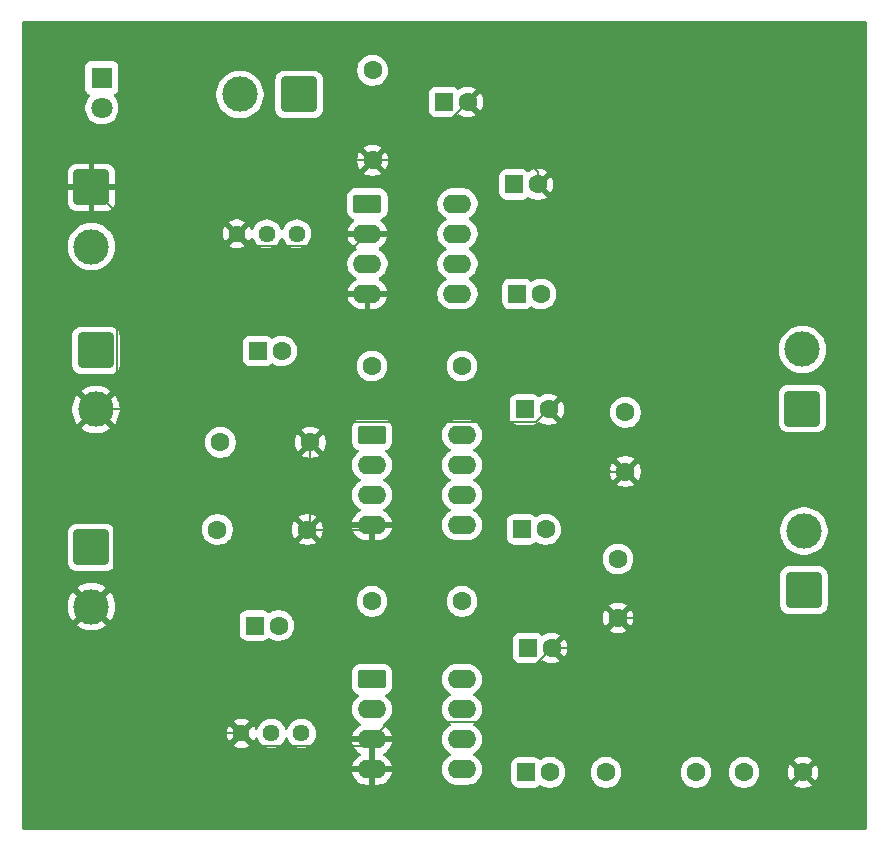
<source format=gbr>
%TF.GenerationSoftware,KiCad,Pcbnew,9.0.6*%
%TF.CreationDate,2025-11-25T16:13:47-08:00*%
%TF.ProjectId,CMPE 110 Lab Project,434d5045-2031-4313-9020-4c6162205072,rev?*%
%TF.SameCoordinates,Original*%
%TF.FileFunction,Copper,L2,Bot*%
%TF.FilePolarity,Positive*%
%FSLAX46Y46*%
G04 Gerber Fmt 4.6, Leading zero omitted, Abs format (unit mm)*
G04 Created by KiCad (PCBNEW 9.0.6) date 2025-11-25 16:13:47*
%MOMM*%
%LPD*%
G01*
G04 APERTURE LIST*
G04 Aperture macros list*
%AMRoundRect*
0 Rectangle with rounded corners*
0 $1 Rounding radius*
0 $2 $3 $4 $5 $6 $7 $8 $9 X,Y pos of 4 corners*
0 Add a 4 corners polygon primitive as box body*
4,1,4,$2,$3,$4,$5,$6,$7,$8,$9,$2,$3,0*
0 Add four circle primitives for the rounded corners*
1,1,$1+$1,$2,$3*
1,1,$1+$1,$4,$5*
1,1,$1+$1,$6,$7*
1,1,$1+$1,$8,$9*
0 Add four rect primitives between the rounded corners*
20,1,$1+$1,$2,$3,$4,$5,0*
20,1,$1+$1,$4,$5,$6,$7,0*
20,1,$1+$1,$6,$7,$8,$9,0*
20,1,$1+$1,$8,$9,$2,$3,0*%
G04 Aperture macros list end*
%TA.AperFunction,ComponentPad*%
%ADD10C,1.600000*%
%TD*%
%TA.AperFunction,ComponentPad*%
%ADD11RoundRect,0.250000X-0.950000X-0.550000X0.950000X-0.550000X0.950000X0.550000X-0.950000X0.550000X0*%
%TD*%
%TA.AperFunction,ComponentPad*%
%ADD12O,2.400000X1.600000*%
%TD*%
%TA.AperFunction,ComponentPad*%
%ADD13RoundRect,0.250000X-0.550000X-0.550000X0.550000X-0.550000X0.550000X0.550000X-0.550000X0.550000X0*%
%TD*%
%TA.AperFunction,ComponentPad*%
%ADD14C,1.800000*%
%TD*%
%TA.AperFunction,ComponentPad*%
%ADD15R,1.800000X1.800000*%
%TD*%
%TA.AperFunction,ComponentPad*%
%ADD16RoundRect,0.249999X-1.250001X1.250001X-1.250001X-1.250001X1.250001X-1.250001X1.250001X1.250001X0*%
%TD*%
%TA.AperFunction,ComponentPad*%
%ADD17C,3.000000*%
%TD*%
%TA.AperFunction,ComponentPad*%
%ADD18RoundRect,0.249999X1.250001X1.250001X-1.250001X1.250001X-1.250001X-1.250001X1.250001X-1.250001X0*%
%TD*%
%TA.AperFunction,ComponentPad*%
%ADD19C,1.440000*%
%TD*%
%TA.AperFunction,ComponentPad*%
%ADD20RoundRect,0.249999X1.250001X-1.250001X1.250001X1.250001X-1.250001X1.250001X-1.250001X-1.250001X0*%
%TD*%
%TA.AperFunction,Conductor*%
%ADD21C,0.200000*%
%TD*%
G04 APERTURE END LIST*
D10*
%TO.P,C10,1*%
%TO.N,Net-(C10-Pad1)*%
X165862000Y-95250000D03*
%TO.P,C10,2*%
%TO.N,GND*%
X170862000Y-95250000D03*
%TD*%
D11*
%TO.P,U2,1,GAIN*%
%TO.N,unconnected-(U2-GAIN-Pad1)*%
X134366000Y-66675000D03*
D12*
%TO.P,U2,2,-*%
%TO.N,Net-(U1-+)*%
X134366000Y-69215000D03*
%TO.P,U2,3,+*%
%TO.N,Net-(U2-+)*%
X134366000Y-71755000D03*
%TO.P,U2,4,GND*%
%TO.N,GND*%
X134366000Y-74295000D03*
%TO.P,U2,5*%
%TO.N,Net-(C7-Pad1)*%
X141986000Y-74295000D03*
%TO.P,U2,6,V+*%
%TO.N,Net-(D1-A)*%
X141986000Y-71755000D03*
%TO.P,U2,7,BYPASS*%
%TO.N,Net-(U2-BYPASS)*%
X141986000Y-69215000D03*
%TO.P,U2,8,GAIN*%
%TO.N,unconnected-(U2-GAIN-Pad8)*%
X141986000Y-66675000D03*
%TD*%
D10*
%TO.P,R2,2*%
%TO.N,Net-(C3-Pad1)*%
X141986000Y-60833000D03*
%TO.P,R2,1*%
%TO.N,Net-(C4-Pad1)*%
X134366000Y-60833000D03*
%TD*%
D13*
%TO.P,C12,1*%
%TO.N,Net-(D1-A)*%
X140462000Y-38481000D03*
D10*
%TO.P,C12,2*%
%TO.N,GND*%
X142462000Y-38481000D03*
%TD*%
D14*
%TO.P,D1,2,A*%
%TO.N,Net-(D1-A)*%
X111506000Y-38989000D03*
D15*
%TO.P,D1,1,K*%
%TO.N,Net-(D1-K)*%
X111506000Y-36449000D03*
%TD*%
D10*
%TO.P,R6,1*%
%TO.N,Net-(D1-K)*%
X134415000Y-35814000D03*
%TO.P,R6,2*%
%TO.N,GND*%
X134415000Y-43434000D03*
%TD*%
D13*
%TO.P,CP1,1*%
%TO.N,Net-(Input-Left1-Pin_1)*%
X124714000Y-59563000D03*
D10*
%TO.P,CP1,2*%
%TO.N,Net-(CP1-Pad2)*%
X126714000Y-59563000D03*
%TD*%
%TO.P,R3,1*%
%TO.N,Net-(Input_Right1-Pin_1)*%
X121285000Y-74681000D03*
%TO.P,R3,2*%
%TO.N,GND*%
X128905000Y-74681000D03*
%TD*%
D13*
%TO.P,C8,1*%
%TO.N,Net-(Input_Right1-Pin_1)*%
X124460000Y-82809000D03*
D10*
%TO.P,C8,2*%
%TO.N,Net-(C8-Pad2)*%
X126460000Y-82809000D03*
%TD*%
%TO.P,R1,2*%
%TO.N,GND*%
X129159000Y-67310000D03*
%TO.P,R1,1*%
%TO.N,Net-(Input-Left1-Pin_1)*%
X121539000Y-67310000D03*
%TD*%
D16*
%TO.P,Input-Left1,1,Pin_1*%
%TO.N,Net-(Input-Left1-Pin_1)*%
X110998000Y-59516000D03*
D17*
%TO.P,Input-Left1,2,Pin_2*%
%TO.N,GND*%
X110998000Y-64516000D03*
%TD*%
%TO.P,SW1,2,B*%
%TO.N,Net-(D1-A)*%
X123190000Y-37846000D03*
D18*
%TO.P,SW1,1,A*%
%TO.N,Net-(9V-External1-Pin_2)*%
X128190000Y-37846000D03*
%TD*%
D17*
%TO.P,9V-External1,2,Pin_2*%
%TO.N,Net-(9V-External1-Pin_2)*%
X110617000Y-50720000D03*
D16*
%TO.P,9V-External1,1,Pin_1*%
%TO.N,GND*%
X110617000Y-45720000D03*
%TD*%
D17*
%TO.P,Input_Right1,2,Pin_2*%
%TO.N,GND*%
X110617000Y-81200000D03*
D16*
%TO.P,Input_Right1,1,Pin_1*%
%TO.N,Net-(Input_Right1-Pin_1)*%
X110617000Y-76200000D03*
%TD*%
D10*
%TO.P,C5,2*%
%TO.N,GND*%
X149320000Y-64516000D03*
D13*
%TO.P,C5,1*%
%TO.N,Net-(U2-BYPASS)*%
X147320000Y-64516000D03*
%TD*%
D10*
%TO.P,C7,2*%
%TO.N,Net-(Left-Speaker1-Pin_1)*%
X149066000Y-74676000D03*
D13*
%TO.P,C7,1*%
%TO.N,Net-(C7-Pad1)*%
X147066000Y-74676000D03*
%TD*%
D10*
%TO.P,C6,2*%
%TO.N,GND*%
X155194000Y-82169000D03*
%TO.P,C6,1*%
%TO.N,Net-(C6-Pad1)*%
X155194000Y-77169000D03*
%TD*%
%TO.P,C9,2*%
%TO.N,GND*%
X149574000Y-84709000D03*
D13*
%TO.P,C9,1*%
%TO.N,Net-(U3-BYPASS)*%
X147574000Y-84709000D03*
%TD*%
D10*
%TO.P,C2,2*%
%TO.N,GND*%
X148431000Y-45466000D03*
D13*
%TO.P,C2,1*%
%TO.N,Net-(U1-BYPASS)*%
X146431000Y-45466000D03*
%TD*%
D19*
%TO.P,RV2,3,3*%
%TO.N,GND*%
X123317000Y-91948000D03*
%TO.P,RV2,2,2*%
%TO.N,Net-(U2-+)*%
X125857000Y-91948000D03*
%TO.P,RV2,1,1*%
%TO.N,Net-(C8-Pad2)*%
X128397000Y-91948000D03*
%TD*%
D12*
%TO.P,U1,8,GAIN*%
%TO.N,unconnected-(U1-GAIN-Pad8)*%
X141605000Y-47094000D03*
%TO.P,U1,7,BYPASS*%
%TO.N,Net-(U1-BYPASS)*%
X141605000Y-49634000D03*
%TO.P,U1,6,V+*%
%TO.N,Net-(D1-A)*%
X141605000Y-52174000D03*
%TO.P,U1,5*%
%TO.N,Net-(C4-Pad1)*%
X141605000Y-54714000D03*
%TO.P,U1,4,GND*%
%TO.N,GND*%
X133985000Y-54714000D03*
%TO.P,U1,3,+*%
%TO.N,Net-(U1-+)*%
X133985000Y-52174000D03*
%TO.P,U1,2,-*%
%TO.N,GND*%
X133985000Y-49634000D03*
D11*
%TO.P,U1,1,GAIN*%
%TO.N,unconnected-(U1-GAIN-Pad1)*%
X133985000Y-47094000D03*
%TD*%
D10*
%TO.P,C11,2*%
%TO.N,Net-(Right-Speaker1-Pin_2)*%
X149447000Y-95250000D03*
D13*
%TO.P,C11,1*%
%TO.N,Net-(C11-Pad1)*%
X147447000Y-95250000D03*
%TD*%
D10*
%TO.P,C3,2*%
%TO.N,GND*%
X155829000Y-69770000D03*
%TO.P,C3,1*%
%TO.N,Net-(C3-Pad1)*%
X155829000Y-64770000D03*
%TD*%
%TO.P,C4,2*%
%TO.N,Net-(Left-Speaker1-Pin_2)*%
X148685000Y-54737000D03*
D13*
%TO.P,C4,1*%
%TO.N,Net-(C4-Pad1)*%
X146685000Y-54737000D03*
%TD*%
D17*
%TO.P,Left-Speaker1,2,Pin_2*%
%TO.N,Net-(Left-Speaker1-Pin_2)*%
X170815000Y-59436000D03*
D20*
%TO.P,Left-Speaker1,1,Pin_1*%
%TO.N,Net-(Left-Speaker1-Pin_1)*%
X170815000Y-64436000D03*
%TD*%
D10*
%TO.P,R4,2*%
%TO.N,Net-(C10-Pad1)*%
X161798000Y-95250000D03*
%TO.P,R4,1*%
%TO.N,Net-(C11-Pad1)*%
X154178000Y-95250000D03*
%TD*%
%TO.P,R5,2*%
%TO.N,Net-(C6-Pad1)*%
X141986000Y-80772000D03*
%TO.P,R5,1*%
%TO.N,Net-(C7-Pad1)*%
X134366000Y-80772000D03*
%TD*%
D17*
%TO.P,Right-Speaker1,2,Pin_2*%
%TO.N,Net-(Right-Speaker1-Pin_2)*%
X170942000Y-74803000D03*
D20*
%TO.P,Right-Speaker1,1,Pin_1*%
%TO.N,Net-(Left-Speaker1-Pin_1)*%
X170942000Y-79803000D03*
%TD*%
D19*
%TO.P,RV1,3,3*%
%TO.N,GND*%
X122936000Y-49652000D03*
%TO.P,RV1,2,2*%
%TO.N,Net-(U1-+)*%
X125476000Y-49652000D03*
%TO.P,RV1,1,1*%
%TO.N,Net-(CP1-Pad2)*%
X128016000Y-49652000D03*
%TD*%
D12*
%TO.P,U3,8,GAIN*%
%TO.N,unconnected-(U3-GAIN-Pad8)*%
X141986000Y-87376000D03*
%TO.P,U3,7,BYPASS*%
%TO.N,Net-(U3-BYPASS)*%
X141986000Y-89916000D03*
%TO.P,U3,6,V+*%
%TO.N,Net-(D1-A)*%
X141986000Y-92456000D03*
%TO.P,U3,5*%
%TO.N,Net-(C11-Pad1)*%
X141986000Y-94996000D03*
%TO.P,U3,4,GND*%
%TO.N,GND*%
X134366000Y-94996000D03*
%TO.P,U3,3,+*%
X134366000Y-92456000D03*
%TO.P,U3,2,-*%
%TO.N,Net-(U2-+)*%
X134366000Y-89916000D03*
D11*
%TO.P,U3,1,GAIN*%
%TO.N,unconnected-(U3-GAIN-Pad1)*%
X134366000Y-87376000D03*
%TD*%
D21*
%TO.N,GND*%
X149320000Y-64516000D02*
X149352000Y-64516000D01*
X149352000Y-64516000D02*
X154606000Y-69770000D01*
X154606000Y-69770000D02*
X155829000Y-69770000D01*
X155194000Y-82169000D02*
X157781000Y-82169000D01*
X157781000Y-82169000D02*
X170862000Y-95250000D01*
X149574000Y-84709000D02*
X149574000Y-85011000D01*
X149574000Y-84709000D02*
X152654000Y-84709000D01*
X152654000Y-84709000D02*
X155194000Y-82169000D01*
X134366000Y-92456000D02*
X135805000Y-91017000D01*
X135805000Y-91017000D02*
X143266000Y-91017000D01*
X143266000Y-91017000D02*
X149574000Y-84709000D01*
X123317000Y-91948000D02*
X126365000Y-94996000D01*
X126365000Y-94996000D02*
X134366000Y-94996000D01*
X123317000Y-91948000D02*
X124338000Y-92969000D01*
X124338000Y-92969000D02*
X133853000Y-92969000D01*
X133853000Y-92969000D02*
X134366000Y-92456000D01*
X110617000Y-81200000D02*
X121365000Y-91948000D01*
X121365000Y-91948000D02*
X123317000Y-91948000D01*
X129159000Y-67310000D02*
X130895000Y-65574000D01*
X146491840Y-65574000D02*
X146534840Y-65617000D01*
X146534840Y-65617000D02*
X148219000Y-65617000D01*
X130895000Y-65574000D02*
X146491840Y-65574000D01*
X148219000Y-65617000D02*
X149320000Y-64516000D01*
X128905000Y-74681000D02*
X133980000Y-74681000D01*
X133980000Y-74681000D02*
X134366000Y-74295000D01*
X129159000Y-67310000D02*
X129159000Y-74427000D01*
X129159000Y-74427000D02*
X128905000Y-74681000D01*
X110998000Y-64516000D02*
X126365000Y-64516000D01*
X126365000Y-64516000D02*
X129159000Y-67310000D01*
X122936000Y-49652000D02*
X127998000Y-54714000D01*
X127998000Y-54714000D02*
X133985000Y-54714000D01*
X122936000Y-49652000D02*
X123957000Y-50673000D01*
X132946000Y-50673000D02*
X133985000Y-49634000D01*
X123957000Y-50673000D02*
X132946000Y-50673000D01*
X142462000Y-38481000D02*
X148431000Y-44450000D01*
X148431000Y-44450000D02*
X148431000Y-45466000D01*
X134415000Y-43434000D02*
X137509000Y-43434000D01*
X137509000Y-43434000D02*
X142462000Y-38481000D01*
X122936000Y-49652000D02*
X129154000Y-43434000D01*
X129154000Y-43434000D02*
X134415000Y-43434000D01*
X110617000Y-45720000D02*
X119004000Y-45720000D01*
X119004000Y-45720000D02*
X122936000Y-49652000D01*
X110998000Y-64516000D02*
X112498000Y-66016000D01*
X112498000Y-66016000D02*
X112498000Y-79319000D01*
X112498000Y-79319000D02*
X110617000Y-81200000D01*
X110617000Y-45720000D02*
X112799000Y-47902000D01*
X112799000Y-47902000D02*
X112799000Y-62715000D01*
X112799000Y-62715000D02*
X110998000Y-64516000D01*
%TD*%
%TA.AperFunction,Conductor*%
%TO.N,GND*%
G36*
X134616000Y-94680314D02*
G01*
X134611606Y-94675920D01*
X134520394Y-94623259D01*
X134418661Y-94596000D01*
X134313339Y-94596000D01*
X134211606Y-94623259D01*
X134120394Y-94675920D01*
X134116000Y-94680314D01*
X134116000Y-92771686D01*
X134120394Y-92776080D01*
X134211606Y-92828741D01*
X134313339Y-92856000D01*
X134418661Y-92856000D01*
X134520394Y-92828741D01*
X134611606Y-92776080D01*
X134616000Y-92771686D01*
X134616000Y-94680314D01*
G37*
%TD.AperFunction*%
%TA.AperFunction,Conductor*%
G36*
X176226539Y-31635185D02*
G01*
X176272294Y-31687989D01*
X176283500Y-31739500D01*
X176283500Y-99959500D01*
X176263815Y-100026539D01*
X176211011Y-100072294D01*
X176159500Y-100083500D01*
X104891500Y-100083500D01*
X104824461Y-100063815D01*
X104778706Y-100011011D01*
X104767500Y-99959500D01*
X104767500Y-91851984D01*
X122097000Y-91851984D01*
X122097000Y-92044015D01*
X122127040Y-92233684D01*
X122186383Y-92416321D01*
X122273561Y-92587415D01*
X122294798Y-92616646D01*
X122917000Y-91994445D01*
X122917000Y-92000661D01*
X122944259Y-92102394D01*
X122996920Y-92193606D01*
X123071394Y-92268080D01*
X123162606Y-92320741D01*
X123264339Y-92348000D01*
X123270554Y-92348000D01*
X122648351Y-92970200D01*
X122648352Y-92970201D01*
X122677577Y-92991434D01*
X122848678Y-93078616D01*
X123031315Y-93137959D01*
X123220985Y-93168000D01*
X123413015Y-93168000D01*
X123602684Y-93137959D01*
X123785321Y-93078616D01*
X123956419Y-92991436D01*
X123985646Y-92970201D01*
X123985646Y-92970200D01*
X123363447Y-92348000D01*
X123369661Y-92348000D01*
X123471394Y-92320741D01*
X123562606Y-92268080D01*
X123637080Y-92193606D01*
X123689741Y-92102394D01*
X123717000Y-92000661D01*
X123717000Y-91994446D01*
X124339200Y-92616646D01*
X124339201Y-92616646D01*
X124360436Y-92587419D01*
X124447616Y-92416319D01*
X124468805Y-92351108D01*
X124508242Y-92293433D01*
X124572600Y-92266234D01*
X124641447Y-92278148D01*
X124692923Y-92325392D01*
X124704667Y-92351108D01*
X124725916Y-92416505D01*
X124725917Y-92416506D01*
X124725918Y-92416509D01*
X124813135Y-92587681D01*
X124926055Y-92743102D01*
X125061898Y-92878945D01*
X125217319Y-92991865D01*
X125387576Y-93078616D01*
X125388493Y-93079083D01*
X125479845Y-93108764D01*
X125571199Y-93138447D01*
X125760945Y-93168500D01*
X125760946Y-93168500D01*
X125953054Y-93168500D01*
X125953055Y-93168500D01*
X126142801Y-93138447D01*
X126325509Y-93079082D01*
X126496681Y-92991865D01*
X126652102Y-92878945D01*
X126787945Y-92743102D01*
X126900865Y-92587681D01*
X126988082Y-92416509D01*
X126988144Y-92416319D01*
X127009069Y-92351919D01*
X127048506Y-92294243D01*
X127112864Y-92267044D01*
X127181711Y-92278958D01*
X127233187Y-92326202D01*
X127244931Y-92351919D01*
X127265915Y-92416504D01*
X127338191Y-92558352D01*
X127353135Y-92587681D01*
X127466055Y-92743102D01*
X127601898Y-92878945D01*
X127757319Y-92991865D01*
X127927576Y-93078616D01*
X127928493Y-93079083D01*
X128019845Y-93108764D01*
X128111199Y-93138447D01*
X128300945Y-93168500D01*
X128300946Y-93168500D01*
X128493054Y-93168500D01*
X128493055Y-93168500D01*
X128682801Y-93138447D01*
X128865509Y-93079082D01*
X129036681Y-92991865D01*
X129192102Y-92878945D01*
X129327945Y-92743102D01*
X129440865Y-92587681D01*
X129528082Y-92416509D01*
X129587447Y-92233801D01*
X129617500Y-92044055D01*
X129617500Y-91851945D01*
X129587447Y-91662199D01*
X129549332Y-91544891D01*
X129528083Y-91479493D01*
X129520203Y-91464028D01*
X129440865Y-91308319D01*
X129327945Y-91152898D01*
X129192102Y-91017055D01*
X129036681Y-90904135D01*
X128865506Y-90816916D01*
X128682802Y-90757553D01*
X128587928Y-90742526D01*
X128493055Y-90727500D01*
X128300945Y-90727500D01*
X128237696Y-90737517D01*
X128111197Y-90757553D01*
X127928493Y-90816916D01*
X127757318Y-90904135D01*
X127727502Y-90925798D01*
X127601898Y-91017055D01*
X127601896Y-91017057D01*
X127601895Y-91017057D01*
X127466057Y-91152895D01*
X127466057Y-91152896D01*
X127466055Y-91152898D01*
X127437943Y-91191591D01*
X127353135Y-91308318D01*
X127265916Y-91479493D01*
X127244931Y-91544081D01*
X127205494Y-91601756D01*
X127141135Y-91628955D01*
X127072289Y-91617041D01*
X127020813Y-91569797D01*
X127009069Y-91544081D01*
X126988083Y-91479493D01*
X126980203Y-91464028D01*
X126900865Y-91308319D01*
X126787945Y-91152898D01*
X126652102Y-91017055D01*
X126496681Y-90904135D01*
X126325506Y-90816916D01*
X126142802Y-90757553D01*
X126047928Y-90742526D01*
X125953055Y-90727500D01*
X125760945Y-90727500D01*
X125697696Y-90737517D01*
X125571197Y-90757553D01*
X125388493Y-90816916D01*
X125217318Y-90904135D01*
X125187502Y-90925798D01*
X125061898Y-91017055D01*
X125061896Y-91017057D01*
X125061895Y-91017057D01*
X124926057Y-91152895D01*
X124926057Y-91152896D01*
X124926055Y-91152898D01*
X124897943Y-91191591D01*
X124813135Y-91308318D01*
X124725917Y-91479492D01*
X124704667Y-91544892D01*
X124665229Y-91602567D01*
X124600870Y-91629765D01*
X124532024Y-91617850D01*
X124480548Y-91570605D01*
X124468805Y-91544891D01*
X124447616Y-91479680D01*
X124360434Y-91308577D01*
X124339201Y-91279352D01*
X124339200Y-91279351D01*
X123717000Y-91901552D01*
X123717000Y-91895339D01*
X123689741Y-91793606D01*
X123637080Y-91702394D01*
X123562606Y-91627920D01*
X123471394Y-91575259D01*
X123369661Y-91548000D01*
X123363447Y-91548000D01*
X123985646Y-90925798D01*
X123956415Y-90904561D01*
X123785321Y-90817383D01*
X123602684Y-90758040D01*
X123413015Y-90728000D01*
X123220985Y-90728000D01*
X123031315Y-90758040D01*
X122848678Y-90817383D01*
X122677578Y-90904564D01*
X122648352Y-90925798D01*
X122648351Y-90925798D01*
X123270554Y-91548000D01*
X123264339Y-91548000D01*
X123162606Y-91575259D01*
X123071394Y-91627920D01*
X122996920Y-91702394D01*
X122944259Y-91793606D01*
X122917000Y-91895339D01*
X122917000Y-91901553D01*
X122294798Y-91279351D01*
X122294798Y-91279352D01*
X122273564Y-91308578D01*
X122186383Y-91479678D01*
X122127040Y-91662315D01*
X122097000Y-91851984D01*
X104767500Y-91851984D01*
X104767500Y-86775983D01*
X132665500Y-86775983D01*
X132665500Y-87976001D01*
X132665501Y-87976018D01*
X132676000Y-88078796D01*
X132676001Y-88078799D01*
X132723856Y-88223213D01*
X132731186Y-88245334D01*
X132823288Y-88394656D01*
X132947344Y-88518712D01*
X133096666Y-88610814D01*
X133178570Y-88637954D01*
X133236015Y-88677727D01*
X133262838Y-88742243D01*
X133250523Y-88811018D01*
X133212451Y-88855978D01*
X133118787Y-88924028D01*
X133118782Y-88924032D01*
X132974028Y-89068786D01*
X132853715Y-89234386D01*
X132760781Y-89416776D01*
X132697522Y-89611465D01*
X132665500Y-89813648D01*
X132665500Y-90018351D01*
X132697522Y-90220534D01*
X132760781Y-90415223D01*
X132853715Y-90597613D01*
X132974028Y-90763213D01*
X133118786Y-90907971D01*
X133268930Y-91017055D01*
X133284390Y-91028287D01*
X133356424Y-91064990D01*
X133377629Y-91075795D01*
X133428425Y-91123770D01*
X133445220Y-91191591D01*
X133422682Y-91257726D01*
X133377629Y-91296765D01*
X133284650Y-91344140D01*
X133119105Y-91464417D01*
X133119104Y-91464417D01*
X132974417Y-91609104D01*
X132974417Y-91609105D01*
X132854140Y-91774650D01*
X132761244Y-91956970D01*
X132698009Y-92151586D01*
X132689391Y-92206000D01*
X134050314Y-92206000D01*
X134045920Y-92210394D01*
X133993259Y-92301606D01*
X133966000Y-92403339D01*
X133966000Y-92508661D01*
X133993259Y-92610394D01*
X134045920Y-92701606D01*
X134050314Y-92706000D01*
X132689391Y-92706000D01*
X132698009Y-92760413D01*
X132761244Y-92955029D01*
X132854140Y-93137349D01*
X132974417Y-93302894D01*
X132974417Y-93302895D01*
X133119104Y-93447582D01*
X133284650Y-93567859D01*
X133378179Y-93615515D01*
X133428975Y-93663490D01*
X133445770Y-93731311D01*
X133423232Y-93797446D01*
X133378179Y-93836485D01*
X133284650Y-93884140D01*
X133119105Y-94004417D01*
X133119104Y-94004417D01*
X132974417Y-94149104D01*
X132974417Y-94149105D01*
X132854140Y-94314650D01*
X132761244Y-94496970D01*
X132698009Y-94691586D01*
X132689391Y-94746000D01*
X134050314Y-94746000D01*
X134045920Y-94750394D01*
X133993259Y-94841606D01*
X133966000Y-94943339D01*
X133966000Y-95048661D01*
X133993259Y-95150394D01*
X134045920Y-95241606D01*
X134050314Y-95246000D01*
X132689391Y-95246000D01*
X132698009Y-95300413D01*
X132761244Y-95495029D01*
X132854140Y-95677349D01*
X132974417Y-95842894D01*
X132974417Y-95842895D01*
X133119104Y-95987582D01*
X133284650Y-96107859D01*
X133466968Y-96200755D01*
X133661582Y-96263990D01*
X133863683Y-96296000D01*
X134116000Y-96296000D01*
X134116000Y-95311686D01*
X134120394Y-95316080D01*
X134211606Y-95368741D01*
X134313339Y-95396000D01*
X134418661Y-95396000D01*
X134520394Y-95368741D01*
X134611606Y-95316080D01*
X134616000Y-95311686D01*
X134616000Y-96296000D01*
X134868317Y-96296000D01*
X135070417Y-96263990D01*
X135265031Y-96200755D01*
X135447349Y-96107859D01*
X135612894Y-95987582D01*
X135612895Y-95987582D01*
X135757582Y-95842895D01*
X135757582Y-95842894D01*
X135877859Y-95677349D01*
X135970755Y-95495029D01*
X136033990Y-95300413D01*
X136042609Y-95246000D01*
X134681686Y-95246000D01*
X134686080Y-95241606D01*
X134738741Y-95150394D01*
X134766000Y-95048661D01*
X134766000Y-94943339D01*
X134738741Y-94841606D01*
X134686080Y-94750394D01*
X134681686Y-94746000D01*
X136042609Y-94746000D01*
X136033990Y-94691586D01*
X135970755Y-94496970D01*
X135877859Y-94314650D01*
X135757582Y-94149105D01*
X135757582Y-94149104D01*
X135612895Y-94004417D01*
X135447349Y-93884140D01*
X135353820Y-93836485D01*
X135303024Y-93788511D01*
X135286229Y-93720690D01*
X135308766Y-93654555D01*
X135353820Y-93615515D01*
X135447349Y-93567859D01*
X135612894Y-93447582D01*
X135612895Y-93447582D01*
X135757582Y-93302895D01*
X135757582Y-93302894D01*
X135877859Y-93137349D01*
X135970755Y-92955029D01*
X136033990Y-92760413D01*
X136042609Y-92706000D01*
X134681686Y-92706000D01*
X134686080Y-92701606D01*
X134738741Y-92610394D01*
X134766000Y-92508661D01*
X134766000Y-92403339D01*
X134738741Y-92301606D01*
X134686080Y-92210394D01*
X134681686Y-92206000D01*
X136042609Y-92206000D01*
X136033990Y-92151586D01*
X135970755Y-91956970D01*
X135877859Y-91774650D01*
X135757582Y-91609105D01*
X135757582Y-91609104D01*
X135612895Y-91464417D01*
X135447349Y-91344140D01*
X135354370Y-91296765D01*
X135303574Y-91248790D01*
X135286779Y-91180969D01*
X135309316Y-91114835D01*
X135354370Y-91075795D01*
X135354920Y-91075515D01*
X135447610Y-91028287D01*
X135468770Y-91012913D01*
X135613213Y-90907971D01*
X135613215Y-90907968D01*
X135613219Y-90907966D01*
X135757966Y-90763219D01*
X135757968Y-90763215D01*
X135757971Y-90763213D01*
X135810732Y-90690590D01*
X135878287Y-90597610D01*
X135971220Y-90415219D01*
X136034477Y-90220534D01*
X136066500Y-90018352D01*
X136066500Y-89813648D01*
X136034477Y-89611466D01*
X135971220Y-89416781D01*
X135971218Y-89416778D01*
X135971218Y-89416776D01*
X135937503Y-89350607D01*
X135878287Y-89234390D01*
X135870556Y-89223749D01*
X135757971Y-89068786D01*
X135613219Y-88924034D01*
X135613211Y-88924028D01*
X135519547Y-88855978D01*
X135476882Y-88800649D01*
X135470903Y-88731036D01*
X135503508Y-88669240D01*
X135553426Y-88637955D01*
X135635334Y-88610814D01*
X135784656Y-88518712D01*
X135908712Y-88394656D01*
X136000814Y-88245334D01*
X136055999Y-88078797D01*
X136066500Y-87976009D01*
X136066499Y-87273648D01*
X140285500Y-87273648D01*
X140285500Y-87478351D01*
X140317522Y-87680534D01*
X140380781Y-87875223D01*
X140473715Y-88057613D01*
X140594028Y-88223213D01*
X140738786Y-88367971D01*
X140893749Y-88480556D01*
X140904390Y-88488287D01*
X140995840Y-88534883D01*
X140997080Y-88535515D01*
X141047876Y-88583490D01*
X141064671Y-88651311D01*
X141042134Y-88717446D01*
X140997080Y-88756485D01*
X140904386Y-88803715D01*
X140738786Y-88924028D01*
X140594028Y-89068786D01*
X140473715Y-89234386D01*
X140380781Y-89416776D01*
X140317522Y-89611465D01*
X140285500Y-89813648D01*
X140285500Y-90018351D01*
X140317522Y-90220534D01*
X140380781Y-90415223D01*
X140473715Y-90597613D01*
X140594028Y-90763213D01*
X140738786Y-90907971D01*
X140888930Y-91017055D01*
X140904390Y-91028287D01*
X140995840Y-91074883D01*
X140997080Y-91075515D01*
X141047876Y-91123490D01*
X141064671Y-91191311D01*
X141042134Y-91257446D01*
X140997080Y-91296485D01*
X140904386Y-91343715D01*
X140738786Y-91464028D01*
X140594028Y-91608786D01*
X140473715Y-91774386D01*
X140380781Y-91956776D01*
X140317522Y-92151465D01*
X140285500Y-92353648D01*
X140285500Y-92558351D01*
X140317522Y-92760534D01*
X140380781Y-92955223D01*
X140473715Y-93137613D01*
X140594028Y-93303213D01*
X140738786Y-93447971D01*
X140893749Y-93560556D01*
X140904390Y-93568287D01*
X140995840Y-93614883D01*
X140997080Y-93615515D01*
X141047876Y-93663490D01*
X141064671Y-93731311D01*
X141042134Y-93797446D01*
X140997080Y-93836485D01*
X140904386Y-93883715D01*
X140738786Y-94004028D01*
X140594028Y-94148786D01*
X140473715Y-94314386D01*
X140380781Y-94496776D01*
X140317522Y-94691465D01*
X140285500Y-94893648D01*
X140285500Y-95098351D01*
X140317522Y-95300534D01*
X140380781Y-95495223D01*
X140473715Y-95677613D01*
X140594028Y-95843213D01*
X140738786Y-95987971D01*
X140889148Y-96097213D01*
X140904390Y-96108287D01*
X141020607Y-96167503D01*
X141086776Y-96201218D01*
X141086778Y-96201218D01*
X141086781Y-96201220D01*
X141191137Y-96235127D01*
X141281465Y-96264477D01*
X141382557Y-96280488D01*
X141483648Y-96296500D01*
X141483649Y-96296500D01*
X142488351Y-96296500D01*
X142488352Y-96296500D01*
X142690534Y-96264477D01*
X142885219Y-96201220D01*
X143067610Y-96108287D01*
X143160590Y-96040732D01*
X143233213Y-95987971D01*
X143233215Y-95987968D01*
X143233219Y-95987966D01*
X143377966Y-95843219D01*
X143377968Y-95843215D01*
X143377971Y-95843213D01*
X143430732Y-95770590D01*
X143498287Y-95677610D01*
X143591220Y-95495219D01*
X143654477Y-95300534D01*
X143686500Y-95098352D01*
X143686500Y-94893648D01*
X143663871Y-94750776D01*
X143654477Y-94691465D01*
X143652426Y-94685153D01*
X143640999Y-94649983D01*
X146146500Y-94649983D01*
X146146500Y-95850001D01*
X146146501Y-95850018D01*
X146157000Y-95952796D01*
X146157001Y-95952799D01*
X146204856Y-96097213D01*
X146212186Y-96119334D01*
X146304288Y-96268656D01*
X146428344Y-96392712D01*
X146577666Y-96484814D01*
X146744203Y-96539999D01*
X146846991Y-96550500D01*
X148047008Y-96550499D01*
X148149797Y-96539999D01*
X148316334Y-96484814D01*
X148465656Y-96392712D01*
X148534524Y-96323843D01*
X148595843Y-96290361D01*
X148665535Y-96295345D01*
X148695082Y-96311206D01*
X148765390Y-96362287D01*
X148851561Y-96406193D01*
X148947776Y-96455218D01*
X148947778Y-96455218D01*
X148947781Y-96455220D01*
X149038856Y-96484812D01*
X149142465Y-96518477D01*
X149243557Y-96534488D01*
X149344648Y-96550500D01*
X149344649Y-96550500D01*
X149549351Y-96550500D01*
X149549352Y-96550500D01*
X149751534Y-96518477D01*
X149946219Y-96455220D01*
X150128610Y-96362287D01*
X150221590Y-96294732D01*
X150294213Y-96241971D01*
X150294215Y-96241968D01*
X150294219Y-96241966D01*
X150438966Y-96097219D01*
X150438968Y-96097215D01*
X150438971Y-96097213D01*
X150491732Y-96024590D01*
X150559287Y-95931610D01*
X150652220Y-95749219D01*
X150715477Y-95554534D01*
X150747500Y-95352352D01*
X150747500Y-95147648D01*
X152877500Y-95147648D01*
X152877500Y-95352351D01*
X152909522Y-95554534D01*
X152972781Y-95749223D01*
X153024140Y-95850018D01*
X153065585Y-95931359D01*
X153065715Y-95931613D01*
X153186028Y-96097213D01*
X153330786Y-96241971D01*
X153443480Y-96323846D01*
X153496390Y-96362287D01*
X153612607Y-96421503D01*
X153678776Y-96455218D01*
X153678778Y-96455218D01*
X153678781Y-96455220D01*
X153769856Y-96484812D01*
X153873465Y-96518477D01*
X153974557Y-96534488D01*
X154075648Y-96550500D01*
X154075649Y-96550500D01*
X154280351Y-96550500D01*
X154280352Y-96550500D01*
X154482534Y-96518477D01*
X154677219Y-96455220D01*
X154859610Y-96362287D01*
X154952590Y-96294732D01*
X155025213Y-96241971D01*
X155025215Y-96241968D01*
X155025219Y-96241966D01*
X155169966Y-96097219D01*
X155169968Y-96097215D01*
X155169971Y-96097213D01*
X155222732Y-96024590D01*
X155290287Y-95931610D01*
X155383220Y-95749219D01*
X155446477Y-95554534D01*
X155478500Y-95352352D01*
X155478500Y-95147648D01*
X160497500Y-95147648D01*
X160497500Y-95352351D01*
X160529522Y-95554534D01*
X160592781Y-95749223D01*
X160644140Y-95850018D01*
X160685585Y-95931359D01*
X160685715Y-95931613D01*
X160806028Y-96097213D01*
X160950786Y-96241971D01*
X161063480Y-96323846D01*
X161116390Y-96362287D01*
X161232607Y-96421503D01*
X161298776Y-96455218D01*
X161298778Y-96455218D01*
X161298781Y-96455220D01*
X161389856Y-96484812D01*
X161493465Y-96518477D01*
X161594557Y-96534488D01*
X161695648Y-96550500D01*
X161695649Y-96550500D01*
X161900351Y-96550500D01*
X161900352Y-96550500D01*
X162102534Y-96518477D01*
X162297219Y-96455220D01*
X162479610Y-96362287D01*
X162572590Y-96294732D01*
X162645213Y-96241971D01*
X162645215Y-96241968D01*
X162645219Y-96241966D01*
X162789966Y-96097219D01*
X162789968Y-96097215D01*
X162789971Y-96097213D01*
X162842732Y-96024590D01*
X162910287Y-95931610D01*
X163003220Y-95749219D01*
X163066477Y-95554534D01*
X163098500Y-95352352D01*
X163098500Y-95147648D01*
X164561500Y-95147648D01*
X164561500Y-95352351D01*
X164593522Y-95554534D01*
X164656781Y-95749223D01*
X164708140Y-95850018D01*
X164749585Y-95931359D01*
X164749715Y-95931613D01*
X164870028Y-96097213D01*
X165014786Y-96241971D01*
X165127480Y-96323846D01*
X165180390Y-96362287D01*
X165296607Y-96421503D01*
X165362776Y-96455218D01*
X165362778Y-96455218D01*
X165362781Y-96455220D01*
X165453856Y-96484812D01*
X165557465Y-96518477D01*
X165658557Y-96534488D01*
X165759648Y-96550500D01*
X165759649Y-96550500D01*
X165964351Y-96550500D01*
X165964352Y-96550500D01*
X166166534Y-96518477D01*
X166361219Y-96455220D01*
X166543610Y-96362287D01*
X166636590Y-96294732D01*
X166709213Y-96241971D01*
X166709215Y-96241968D01*
X166709219Y-96241966D01*
X166853966Y-96097219D01*
X166853968Y-96097215D01*
X166853971Y-96097213D01*
X166906732Y-96024590D01*
X166974287Y-95931610D01*
X167067220Y-95749219D01*
X167130477Y-95554534D01*
X167162500Y-95352352D01*
X167162500Y-95147682D01*
X169562000Y-95147682D01*
X169562000Y-95352317D01*
X169594009Y-95554417D01*
X169657244Y-95749031D01*
X169750141Y-95931350D01*
X169750147Y-95931359D01*
X169782523Y-95975921D01*
X169782524Y-95975922D01*
X170462000Y-95296446D01*
X170462000Y-95302661D01*
X170489259Y-95404394D01*
X170541920Y-95495606D01*
X170616394Y-95570080D01*
X170707606Y-95622741D01*
X170809339Y-95650000D01*
X170815553Y-95650000D01*
X170136076Y-96329474D01*
X170180650Y-96361859D01*
X170362968Y-96454755D01*
X170557582Y-96517990D01*
X170759683Y-96550000D01*
X170964317Y-96550000D01*
X171166417Y-96517990D01*
X171361031Y-96454755D01*
X171543349Y-96361859D01*
X171587921Y-96329474D01*
X170908447Y-95650000D01*
X170914661Y-95650000D01*
X171016394Y-95622741D01*
X171107606Y-95570080D01*
X171182080Y-95495606D01*
X171234741Y-95404394D01*
X171262000Y-95302661D01*
X171262000Y-95296448D01*
X171941474Y-95975922D01*
X171941474Y-95975921D01*
X171973859Y-95931349D01*
X172066755Y-95749031D01*
X172129990Y-95554417D01*
X172162000Y-95352317D01*
X172162000Y-95147682D01*
X172129990Y-94945582D01*
X172066755Y-94750968D01*
X171973859Y-94568650D01*
X171941474Y-94524077D01*
X171941474Y-94524076D01*
X171262000Y-95203551D01*
X171262000Y-95197339D01*
X171234741Y-95095606D01*
X171182080Y-95004394D01*
X171107606Y-94929920D01*
X171016394Y-94877259D01*
X170914661Y-94850000D01*
X170908446Y-94850000D01*
X171587922Y-94170524D01*
X171587921Y-94170523D01*
X171543359Y-94138147D01*
X171543350Y-94138141D01*
X171361031Y-94045244D01*
X171166417Y-93982009D01*
X170964317Y-93950000D01*
X170759683Y-93950000D01*
X170557582Y-93982009D01*
X170362968Y-94045244D01*
X170180644Y-94138143D01*
X170136077Y-94170523D01*
X170136077Y-94170524D01*
X170815554Y-94850000D01*
X170809339Y-94850000D01*
X170707606Y-94877259D01*
X170616394Y-94929920D01*
X170541920Y-95004394D01*
X170489259Y-95095606D01*
X170462000Y-95197339D01*
X170462000Y-95203553D01*
X169782524Y-94524077D01*
X169782523Y-94524077D01*
X169750143Y-94568644D01*
X169657244Y-94750968D01*
X169594009Y-94945582D01*
X169562000Y-95147682D01*
X167162500Y-95147682D01*
X167162500Y-95147648D01*
X167146822Y-95048661D01*
X167130477Y-94945465D01*
X167096731Y-94841606D01*
X167067220Y-94750781D01*
X167067218Y-94750778D01*
X167067218Y-94750776D01*
X167015865Y-94649991D01*
X166974287Y-94568390D01*
X166942092Y-94524077D01*
X166853971Y-94402786D01*
X166709213Y-94258028D01*
X166543613Y-94137715D01*
X166543612Y-94137714D01*
X166543610Y-94137713D01*
X166483896Y-94107287D01*
X166361223Y-94044781D01*
X166166534Y-93981522D01*
X165991995Y-93953878D01*
X165964352Y-93949500D01*
X165759648Y-93949500D01*
X165735329Y-93953351D01*
X165557465Y-93981522D01*
X165362776Y-94044781D01*
X165180386Y-94137715D01*
X165014786Y-94258028D01*
X164870028Y-94402786D01*
X164749715Y-94568386D01*
X164656781Y-94750776D01*
X164593522Y-94945465D01*
X164561500Y-95147648D01*
X163098500Y-95147648D01*
X163082822Y-95048661D01*
X163066477Y-94945465D01*
X163032731Y-94841606D01*
X163003220Y-94750781D01*
X163003218Y-94750778D01*
X163003218Y-94750776D01*
X162951865Y-94649991D01*
X162910287Y-94568390D01*
X162878092Y-94524077D01*
X162789971Y-94402786D01*
X162645213Y-94258028D01*
X162479613Y-94137715D01*
X162479612Y-94137714D01*
X162479610Y-94137713D01*
X162419896Y-94107287D01*
X162297223Y-94044781D01*
X162102534Y-93981522D01*
X161927995Y-93953878D01*
X161900352Y-93949500D01*
X161695648Y-93949500D01*
X161671329Y-93953351D01*
X161493465Y-93981522D01*
X161298776Y-94044781D01*
X161116386Y-94137715D01*
X160950786Y-94258028D01*
X160806028Y-94402786D01*
X160685715Y-94568386D01*
X160592781Y-94750776D01*
X160529522Y-94945465D01*
X160497500Y-95147648D01*
X155478500Y-95147648D01*
X155462822Y-95048661D01*
X155446477Y-94945465D01*
X155412731Y-94841606D01*
X155383220Y-94750781D01*
X155383218Y-94750778D01*
X155383218Y-94750776D01*
X155331865Y-94649991D01*
X155290287Y-94568390D01*
X155258092Y-94524077D01*
X155169971Y-94402786D01*
X155025213Y-94258028D01*
X154859613Y-94137715D01*
X154859612Y-94137714D01*
X154859610Y-94137713D01*
X154799896Y-94107287D01*
X154677223Y-94044781D01*
X154482534Y-93981522D01*
X154307995Y-93953878D01*
X154280352Y-93949500D01*
X154075648Y-93949500D01*
X154051329Y-93953351D01*
X153873465Y-93981522D01*
X153678776Y-94044781D01*
X153496386Y-94137715D01*
X153330786Y-94258028D01*
X153186028Y-94402786D01*
X153065715Y-94568386D01*
X152972781Y-94750776D01*
X152909522Y-94945465D01*
X152877500Y-95147648D01*
X150747500Y-95147648D01*
X150731822Y-95048661D01*
X150715477Y-94945465D01*
X150681731Y-94841606D01*
X150652220Y-94750781D01*
X150652218Y-94750778D01*
X150652218Y-94750776D01*
X150600865Y-94649991D01*
X150559287Y-94568390D01*
X150527092Y-94524077D01*
X150438971Y-94402786D01*
X150294213Y-94258028D01*
X150128613Y-94137715D01*
X150128612Y-94137714D01*
X150128610Y-94137713D01*
X150068896Y-94107287D01*
X149946223Y-94044781D01*
X149751534Y-93981522D01*
X149576995Y-93953878D01*
X149549352Y-93949500D01*
X149344648Y-93949500D01*
X149320329Y-93953351D01*
X149142465Y-93981522D01*
X148947776Y-94044781D01*
X148765391Y-94137712D01*
X148765383Y-94137717D01*
X148695085Y-94188790D01*
X148629279Y-94212269D01*
X148561225Y-94196442D01*
X148534521Y-94176153D01*
X148507149Y-94148781D01*
X148465656Y-94107288D01*
X148365066Y-94045244D01*
X148316336Y-94015187D01*
X148316331Y-94015185D01*
X148283835Y-94004417D01*
X148149797Y-93960001D01*
X148149795Y-93960000D01*
X148047010Y-93949500D01*
X146846998Y-93949500D01*
X146846981Y-93949501D01*
X146744203Y-93960000D01*
X146744200Y-93960001D01*
X146577668Y-94015185D01*
X146577663Y-94015187D01*
X146428342Y-94107289D01*
X146304289Y-94231342D01*
X146212187Y-94380663D01*
X146212186Y-94380666D01*
X146157001Y-94547203D01*
X146157001Y-94547204D01*
X146157000Y-94547204D01*
X146146500Y-94649983D01*
X143640999Y-94649983D01*
X143600089Y-94524077D01*
X143591220Y-94496781D01*
X143591218Y-94496778D01*
X143591218Y-94496776D01*
X143543327Y-94402786D01*
X143498287Y-94314390D01*
X143490556Y-94303749D01*
X143377971Y-94148786D01*
X143233213Y-94004028D01*
X143067614Y-93883715D01*
X143061006Y-93880348D01*
X142974917Y-93836483D01*
X142924123Y-93788511D01*
X142907328Y-93720690D01*
X142929865Y-93654555D01*
X142974917Y-93615516D01*
X143067610Y-93568287D01*
X143088770Y-93552913D01*
X143233213Y-93447971D01*
X143233215Y-93447968D01*
X143233219Y-93447966D01*
X143377966Y-93303219D01*
X143377968Y-93303215D01*
X143377971Y-93303213D01*
X143475844Y-93168500D01*
X143498287Y-93137610D01*
X143591220Y-92955219D01*
X143654477Y-92760534D01*
X143686500Y-92558352D01*
X143686500Y-92353648D01*
X143667499Y-92233684D01*
X143654477Y-92151465D01*
X143591218Y-91956776D01*
X143537803Y-91851945D01*
X143498287Y-91774390D01*
X143490556Y-91763749D01*
X143377971Y-91608786D01*
X143233213Y-91464028D01*
X143067614Y-91343715D01*
X143061006Y-91340348D01*
X142974917Y-91296483D01*
X142924123Y-91248511D01*
X142907328Y-91180690D01*
X142929865Y-91114555D01*
X142974917Y-91075516D01*
X143067610Y-91028287D01*
X143088770Y-91012913D01*
X143233213Y-90907971D01*
X143233215Y-90907968D01*
X143233219Y-90907966D01*
X143377966Y-90763219D01*
X143377968Y-90763215D01*
X143377971Y-90763213D01*
X143430732Y-90690590D01*
X143498287Y-90597610D01*
X143591220Y-90415219D01*
X143654477Y-90220534D01*
X143686500Y-90018352D01*
X143686500Y-89813648D01*
X143654477Y-89611466D01*
X143591220Y-89416781D01*
X143591218Y-89416778D01*
X143591218Y-89416776D01*
X143557503Y-89350607D01*
X143498287Y-89234390D01*
X143490556Y-89223749D01*
X143377971Y-89068786D01*
X143233213Y-88924028D01*
X143067614Y-88803715D01*
X143061006Y-88800348D01*
X142974917Y-88756483D01*
X142924123Y-88708511D01*
X142907328Y-88640690D01*
X142929865Y-88574555D01*
X142974917Y-88535516D01*
X143067610Y-88488287D01*
X143196482Y-88394657D01*
X143233213Y-88367971D01*
X143233215Y-88367968D01*
X143233219Y-88367966D01*
X143377966Y-88223219D01*
X143377968Y-88223215D01*
X143377971Y-88223213D01*
X143482892Y-88078799D01*
X143498287Y-88057610D01*
X143591220Y-87875219D01*
X143654477Y-87680534D01*
X143686500Y-87478352D01*
X143686500Y-87273648D01*
X143654477Y-87071466D01*
X143591220Y-86876781D01*
X143591218Y-86876778D01*
X143591218Y-86876776D01*
X143539865Y-86775991D01*
X143498287Y-86694390D01*
X143482892Y-86673200D01*
X143377971Y-86528786D01*
X143233213Y-86384028D01*
X143067613Y-86263715D01*
X143067612Y-86263714D01*
X143067610Y-86263713D01*
X143007898Y-86233288D01*
X142885223Y-86170781D01*
X142690534Y-86107522D01*
X142515995Y-86079878D01*
X142488352Y-86075500D01*
X141483648Y-86075500D01*
X141459329Y-86079351D01*
X141281465Y-86107522D01*
X141086776Y-86170781D01*
X140904386Y-86263715D01*
X140738786Y-86384028D01*
X140594028Y-86528786D01*
X140473715Y-86694386D01*
X140380781Y-86876776D01*
X140317522Y-87071465D01*
X140285500Y-87273648D01*
X136066499Y-87273648D01*
X136066499Y-86775992D01*
X136055999Y-86673203D01*
X136000814Y-86506666D01*
X135908712Y-86357344D01*
X135784656Y-86233288D01*
X135635334Y-86141186D01*
X135468797Y-86086001D01*
X135468795Y-86086000D01*
X135366010Y-86075500D01*
X133365998Y-86075500D01*
X133365981Y-86075501D01*
X133263203Y-86086000D01*
X133263200Y-86086001D01*
X133096668Y-86141185D01*
X133096663Y-86141187D01*
X132947342Y-86233289D01*
X132823289Y-86357342D01*
X132731187Y-86506663D01*
X132731186Y-86506666D01*
X132676001Y-86673203D01*
X132676001Y-86673204D01*
X132676000Y-86673204D01*
X132665500Y-86775983D01*
X104767500Y-86775983D01*
X104767500Y-81068905D01*
X108617000Y-81068905D01*
X108617000Y-81331094D01*
X108651220Y-81591009D01*
X108651222Y-81591020D01*
X108719075Y-81844255D01*
X108819404Y-82086471D01*
X108819409Y-82086482D01*
X108950488Y-82313516D01*
X108950494Y-82313524D01*
X109037080Y-82426365D01*
X110015958Y-81447487D01*
X110040978Y-81507890D01*
X110112112Y-81614351D01*
X110202649Y-81704888D01*
X110309110Y-81776022D01*
X110369511Y-81801041D01*
X109390633Y-82779917D01*
X109390633Y-82779918D01*
X109503475Y-82866505D01*
X109503483Y-82866511D01*
X109730517Y-82997590D01*
X109730528Y-82997595D01*
X109972744Y-83097924D01*
X110225979Y-83165777D01*
X110225990Y-83165779D01*
X110485905Y-83199999D01*
X110485920Y-83200000D01*
X110748080Y-83200000D01*
X110748094Y-83199999D01*
X111008009Y-83165779D01*
X111008020Y-83165777D01*
X111261255Y-83097924D01*
X111503471Y-82997595D01*
X111503482Y-82997590D01*
X111730516Y-82866511D01*
X111730534Y-82866499D01*
X111843365Y-82779919D01*
X111843365Y-82779917D01*
X110864488Y-81801041D01*
X110924890Y-81776022D01*
X111031351Y-81704888D01*
X111121888Y-81614351D01*
X111193022Y-81507890D01*
X111218041Y-81447489D01*
X112196917Y-82426365D01*
X112196919Y-82426365D01*
X112283499Y-82313534D01*
X112283511Y-82313516D01*
X112343864Y-82208983D01*
X123159500Y-82208983D01*
X123159500Y-82208996D01*
X123159501Y-83409000D01*
X123159501Y-83409018D01*
X123170000Y-83511796D01*
X123170001Y-83511799D01*
X123225185Y-83678331D01*
X123225187Y-83678336D01*
X123232594Y-83690344D01*
X123317288Y-83827656D01*
X123441344Y-83951712D01*
X123590666Y-84043814D01*
X123757203Y-84098999D01*
X123859991Y-84109500D01*
X125060008Y-84109499D01*
X125162797Y-84098999D01*
X125329334Y-84043814D01*
X125478656Y-83951712D01*
X125547524Y-83882843D01*
X125608843Y-83849361D01*
X125678535Y-83854345D01*
X125708082Y-83870206D01*
X125778390Y-83921287D01*
X125864561Y-83965193D01*
X125960776Y-84014218D01*
X125960778Y-84014218D01*
X125960781Y-84014220D01*
X126051856Y-84043812D01*
X126155465Y-84077477D01*
X126256557Y-84093488D01*
X126357648Y-84109500D01*
X126357649Y-84109500D01*
X126562351Y-84109500D01*
X126562352Y-84109500D01*
X126565616Y-84108983D01*
X146273500Y-84108983D01*
X146273500Y-85309001D01*
X146273501Y-85309018D01*
X146284000Y-85411796D01*
X146284001Y-85411799D01*
X146339185Y-85578331D01*
X146339186Y-85578334D01*
X146431288Y-85727656D01*
X146555344Y-85851712D01*
X146704666Y-85943814D01*
X146871203Y-85998999D01*
X146973991Y-86009500D01*
X148174008Y-86009499D01*
X148276797Y-85998999D01*
X148443334Y-85943814D01*
X148592656Y-85851712D01*
X148661879Y-85782489D01*
X148723202Y-85749004D01*
X148792894Y-85753988D01*
X148822446Y-85769853D01*
X148892646Y-85820857D01*
X149074968Y-85913755D01*
X149269582Y-85976990D01*
X149471683Y-86009000D01*
X149676317Y-86009000D01*
X149878417Y-85976990D01*
X150073031Y-85913755D01*
X150255349Y-85820859D01*
X150299921Y-85788474D01*
X149620447Y-85109000D01*
X149626661Y-85109000D01*
X149728394Y-85081741D01*
X149819606Y-85029080D01*
X149894080Y-84954606D01*
X149946741Y-84863394D01*
X149974000Y-84761661D01*
X149974000Y-84755447D01*
X150653474Y-85434921D01*
X150685859Y-85390349D01*
X150778755Y-85208031D01*
X150841990Y-85013417D01*
X150874000Y-84811317D01*
X150874000Y-84606682D01*
X150841990Y-84404582D01*
X150778755Y-84209968D01*
X150685859Y-84027650D01*
X150653474Y-83983077D01*
X150653474Y-83983076D01*
X149974000Y-84662551D01*
X149974000Y-84656339D01*
X149946741Y-84554606D01*
X149894080Y-84463394D01*
X149819606Y-84388920D01*
X149728394Y-84336259D01*
X149626661Y-84309000D01*
X149620446Y-84309000D01*
X150299922Y-83629524D01*
X150299921Y-83629523D01*
X150255359Y-83597147D01*
X150255350Y-83597141D01*
X150073031Y-83504244D01*
X149878417Y-83441009D01*
X149676317Y-83409000D01*
X149471683Y-83409000D01*
X149269582Y-83441009D01*
X149074968Y-83504244D01*
X148892651Y-83597139D01*
X148822444Y-83648148D01*
X148756637Y-83671627D01*
X148688583Y-83655801D01*
X148661878Y-83635510D01*
X148592657Y-83566289D01*
X148592656Y-83566288D01*
X148443334Y-83474186D01*
X148276797Y-83419001D01*
X148276795Y-83419000D01*
X148174010Y-83408500D01*
X146973998Y-83408500D01*
X146973981Y-83408501D01*
X146871203Y-83419000D01*
X146871200Y-83419001D01*
X146704668Y-83474185D01*
X146704663Y-83474187D01*
X146555342Y-83566289D01*
X146431289Y-83690342D01*
X146339187Y-83839663D01*
X146339185Y-83839668D01*
X146312140Y-83921284D01*
X146284001Y-84006203D01*
X146284001Y-84006204D01*
X146284000Y-84006204D01*
X146273500Y-84108983D01*
X126565616Y-84108983D01*
X126764534Y-84077477D01*
X126959219Y-84014220D01*
X126986940Y-84000094D01*
X126996256Y-83995349D01*
X127022437Y-83982008D01*
X127141610Y-83921287D01*
X127234590Y-83853732D01*
X127307213Y-83800971D01*
X127307215Y-83800968D01*
X127307219Y-83800966D01*
X127451966Y-83656219D01*
X127451968Y-83656215D01*
X127451971Y-83656213D01*
X127556892Y-83511799D01*
X127572287Y-83490610D01*
X127665220Y-83308219D01*
X127728477Y-83113534D01*
X127760500Y-82911352D01*
X127760500Y-82706648D01*
X127728477Y-82504466D01*
X127665220Y-82309781D01*
X127665218Y-82309778D01*
X127665218Y-82309776D01*
X127631503Y-82243607D01*
X127572287Y-82127390D01*
X127542558Y-82086471D01*
X127451971Y-81961786D01*
X127307213Y-81817028D01*
X127141613Y-81696715D01*
X127141612Y-81696714D01*
X127141610Y-81696713D01*
X127081896Y-81666287D01*
X126959223Y-81603781D01*
X126764534Y-81540522D01*
X126589995Y-81512878D01*
X126562352Y-81508500D01*
X126357648Y-81508500D01*
X126333329Y-81512351D01*
X126155465Y-81540522D01*
X125960776Y-81603781D01*
X125778391Y-81696712D01*
X125778383Y-81696717D01*
X125708085Y-81747790D01*
X125642279Y-81771269D01*
X125574225Y-81755442D01*
X125547521Y-81735153D01*
X125517256Y-81704888D01*
X125478656Y-81666288D01*
X125394452Y-81614351D01*
X125329336Y-81574187D01*
X125329331Y-81574185D01*
X125327862Y-81573698D01*
X125162797Y-81519001D01*
X125162795Y-81519000D01*
X125060010Y-81508500D01*
X123859998Y-81508500D01*
X123859981Y-81508501D01*
X123757203Y-81519000D01*
X123757200Y-81519001D01*
X123590668Y-81574185D01*
X123590663Y-81574187D01*
X123441342Y-81666289D01*
X123317289Y-81790342D01*
X123225187Y-81939663D01*
X123225185Y-81939668D01*
X123217858Y-81961781D01*
X123170001Y-82106203D01*
X123170001Y-82106204D01*
X123170000Y-82106204D01*
X123159500Y-82208983D01*
X112343864Y-82208983D01*
X112381478Y-82143834D01*
X112381478Y-82143833D01*
X112414593Y-82086475D01*
X112414595Y-82086471D01*
X112514924Y-81844255D01*
X112582777Y-81591020D01*
X112582779Y-81591009D01*
X112616999Y-81331094D01*
X112617000Y-81331080D01*
X112617000Y-81068919D01*
X112616999Y-81068905D01*
X112582779Y-80808990D01*
X112582777Y-80808979D01*
X112552738Y-80696869D01*
X112545444Y-80669648D01*
X133065500Y-80669648D01*
X133065500Y-80874351D01*
X133097522Y-81076534D01*
X133160781Y-81271223D01*
X133212300Y-81372332D01*
X133248346Y-81443077D01*
X133253715Y-81453613D01*
X133374028Y-81619213D01*
X133518786Y-81763971D01*
X133657268Y-81864582D01*
X133684390Y-81884287D01*
X133761142Y-81923394D01*
X133866776Y-81977218D01*
X133866778Y-81977218D01*
X133866781Y-81977220D01*
X133971137Y-82011127D01*
X134061465Y-82040477D01*
X134162557Y-82056488D01*
X134263648Y-82072500D01*
X134263649Y-82072500D01*
X134468351Y-82072500D01*
X134468352Y-82072500D01*
X134670534Y-82040477D01*
X134865219Y-81977220D01*
X135047610Y-81884287D01*
X135168771Y-81796259D01*
X135213213Y-81763971D01*
X135213215Y-81763968D01*
X135213219Y-81763966D01*
X135357966Y-81619219D01*
X135357968Y-81619215D01*
X135357971Y-81619213D01*
X135410732Y-81546590D01*
X135478287Y-81453610D01*
X135571220Y-81271219D01*
X135634477Y-81076534D01*
X135666500Y-80874352D01*
X135666500Y-80669648D01*
X140685500Y-80669648D01*
X140685500Y-80874351D01*
X140717522Y-81076534D01*
X140780781Y-81271223D01*
X140832300Y-81372332D01*
X140868346Y-81443077D01*
X140873715Y-81453613D01*
X140994028Y-81619213D01*
X141138786Y-81763971D01*
X141277268Y-81864582D01*
X141304390Y-81884287D01*
X141381142Y-81923394D01*
X141486776Y-81977218D01*
X141486778Y-81977218D01*
X141486781Y-81977220D01*
X141591137Y-82011127D01*
X141681465Y-82040477D01*
X141782557Y-82056488D01*
X141883648Y-82072500D01*
X141883649Y-82072500D01*
X142088351Y-82072500D01*
X142088352Y-82072500D01*
X142125085Y-82066682D01*
X153894000Y-82066682D01*
X153894000Y-82271317D01*
X153926009Y-82473417D01*
X153989244Y-82668031D01*
X154082141Y-82850350D01*
X154082147Y-82850359D01*
X154114523Y-82894921D01*
X154114524Y-82894922D01*
X154794000Y-82215446D01*
X154794000Y-82221661D01*
X154821259Y-82323394D01*
X154873920Y-82414606D01*
X154948394Y-82489080D01*
X155039606Y-82541741D01*
X155141339Y-82569000D01*
X155147553Y-82569000D01*
X154468076Y-83248474D01*
X154512650Y-83280859D01*
X154694968Y-83373755D01*
X154889582Y-83436990D01*
X155091683Y-83469000D01*
X155296317Y-83469000D01*
X155498417Y-83436990D01*
X155693031Y-83373755D01*
X155875349Y-83280859D01*
X155919921Y-83248474D01*
X155240447Y-82569000D01*
X155246661Y-82569000D01*
X155348394Y-82541741D01*
X155439606Y-82489080D01*
X155514080Y-82414606D01*
X155566741Y-82323394D01*
X155594000Y-82221661D01*
X155594000Y-82215447D01*
X156273474Y-82894921D01*
X156305859Y-82850349D01*
X156398755Y-82668031D01*
X156461990Y-82473417D01*
X156494000Y-82271317D01*
X156494000Y-82066682D01*
X156461990Y-81864582D01*
X156398755Y-81669968D01*
X156305859Y-81487650D01*
X156273474Y-81443077D01*
X156273474Y-81443076D01*
X155594000Y-82122551D01*
X155594000Y-82116339D01*
X155566741Y-82014606D01*
X155514080Y-81923394D01*
X155439606Y-81848920D01*
X155348394Y-81796259D01*
X155246661Y-81769000D01*
X155240446Y-81769000D01*
X155919922Y-81089524D01*
X155919921Y-81089523D01*
X155875359Y-81057147D01*
X155875350Y-81057141D01*
X155693031Y-80964244D01*
X155498417Y-80901009D01*
X155296317Y-80869000D01*
X155091683Y-80869000D01*
X154889582Y-80901009D01*
X154694968Y-80964244D01*
X154512644Y-81057143D01*
X154468077Y-81089523D01*
X154468077Y-81089524D01*
X155147554Y-81769000D01*
X155141339Y-81769000D01*
X155039606Y-81796259D01*
X154948394Y-81848920D01*
X154873920Y-81923394D01*
X154821259Y-82014606D01*
X154794000Y-82116339D01*
X154794000Y-82122553D01*
X154114524Y-81443077D01*
X154114523Y-81443077D01*
X154082143Y-81487644D01*
X153989244Y-81669968D01*
X153926009Y-81864582D01*
X153894000Y-82066682D01*
X142125085Y-82066682D01*
X142290534Y-82040477D01*
X142485219Y-81977220D01*
X142667610Y-81884287D01*
X142788771Y-81796259D01*
X142833213Y-81763971D01*
X142833215Y-81763968D01*
X142833219Y-81763966D01*
X142977966Y-81619219D01*
X142977968Y-81619215D01*
X142977971Y-81619213D01*
X143030732Y-81546590D01*
X143098287Y-81453610D01*
X143191220Y-81271219D01*
X143224245Y-81169576D01*
X143247352Y-81098464D01*
X143247353Y-81098462D01*
X143254475Y-81076542D01*
X143254475Y-81076538D01*
X143254477Y-81076534D01*
X143286500Y-80874352D01*
X143286500Y-80669648D01*
X143254477Y-80467465D01*
X143225127Y-80377137D01*
X143191220Y-80272781D01*
X143191218Y-80272778D01*
X143191218Y-80272776D01*
X143157503Y-80206607D01*
X143098287Y-80090390D01*
X143090556Y-80079749D01*
X142977971Y-79924786D01*
X142833213Y-79780028D01*
X142667613Y-79659715D01*
X142667612Y-79659714D01*
X142667610Y-79659713D01*
X142589824Y-79620079D01*
X142485223Y-79566781D01*
X142290534Y-79503522D01*
X142115995Y-79475878D01*
X142088352Y-79471500D01*
X141883648Y-79471500D01*
X141859329Y-79475351D01*
X141681465Y-79503522D01*
X141486776Y-79566781D01*
X141304386Y-79659715D01*
X141138786Y-79780028D01*
X140994028Y-79924786D01*
X140873715Y-80090386D01*
X140780781Y-80272776D01*
X140717522Y-80467465D01*
X140685500Y-80669648D01*
X135666500Y-80669648D01*
X135634477Y-80467465D01*
X135605127Y-80377137D01*
X135571220Y-80272781D01*
X135571218Y-80272778D01*
X135571218Y-80272776D01*
X135537503Y-80206607D01*
X135478287Y-80090390D01*
X135470556Y-80079749D01*
X135357971Y-79924786D01*
X135213213Y-79780028D01*
X135047613Y-79659715D01*
X135047612Y-79659714D01*
X135047610Y-79659713D01*
X134969824Y-79620079D01*
X134865223Y-79566781D01*
X134670534Y-79503522D01*
X134495995Y-79475878D01*
X134468352Y-79471500D01*
X134263648Y-79471500D01*
X134239329Y-79475351D01*
X134061465Y-79503522D01*
X133866776Y-79566781D01*
X133684386Y-79659715D01*
X133518786Y-79780028D01*
X133374028Y-79924786D01*
X133253715Y-80090386D01*
X133160781Y-80272776D01*
X133097522Y-80467465D01*
X133065500Y-80669648D01*
X112545444Y-80669648D01*
X112514924Y-80555744D01*
X112414595Y-80313528D01*
X112414590Y-80313517D01*
X112283511Y-80086483D01*
X112283505Y-80086475D01*
X112196918Y-79973633D01*
X112196917Y-79973633D01*
X111218041Y-80952510D01*
X111193022Y-80892110D01*
X111121888Y-80785649D01*
X111031351Y-80695112D01*
X110924890Y-80623978D01*
X110864487Y-80598957D01*
X111843365Y-79620080D01*
X111730524Y-79533494D01*
X111730516Y-79533488D01*
X111503482Y-79402409D01*
X111503471Y-79402404D01*
X111261255Y-79302075D01*
X111008020Y-79234222D01*
X111008009Y-79234220D01*
X110748094Y-79200000D01*
X110485905Y-79200000D01*
X110225990Y-79234220D01*
X110225979Y-79234222D01*
X109972744Y-79302075D01*
X109730528Y-79402404D01*
X109730517Y-79402409D01*
X109503471Y-79533496D01*
X109390633Y-79620079D01*
X109390633Y-79620080D01*
X110369511Y-80598958D01*
X110309110Y-80623978D01*
X110202649Y-80695112D01*
X110112112Y-80785649D01*
X110040978Y-80892110D01*
X110015958Y-80952511D01*
X109037080Y-79973633D01*
X109037079Y-79973633D01*
X108950496Y-80086471D01*
X108819409Y-80313517D01*
X108819404Y-80313528D01*
X108719075Y-80555744D01*
X108651222Y-80808979D01*
X108651220Y-80808990D01*
X108617000Y-81068905D01*
X104767500Y-81068905D01*
X104767500Y-78502982D01*
X168941500Y-78502982D01*
X168941500Y-81103017D01*
X168952000Y-81205796D01*
X168973679Y-81271219D01*
X169007186Y-81372335D01*
X169099288Y-81521656D01*
X169223344Y-81645712D01*
X169372665Y-81737814D01*
X169539202Y-81792999D01*
X169641990Y-81803500D01*
X169641995Y-81803500D01*
X172242005Y-81803500D01*
X172242010Y-81803500D01*
X172344798Y-81792999D01*
X172511335Y-81737814D01*
X172660656Y-81645712D01*
X172784712Y-81521656D01*
X172876814Y-81372335D01*
X172931999Y-81205798D01*
X172942500Y-81103010D01*
X172942500Y-78502990D01*
X172931999Y-78400202D01*
X172876814Y-78233665D01*
X172784712Y-78084344D01*
X172660656Y-77960288D01*
X172511335Y-77868186D01*
X172344798Y-77813001D01*
X172344796Y-77813000D01*
X172242017Y-77802500D01*
X172242010Y-77802500D01*
X169641990Y-77802500D01*
X169641982Y-77802500D01*
X169539203Y-77813000D01*
X169539202Y-77813001D01*
X169456669Y-77840349D01*
X169372667Y-77868185D01*
X169372662Y-77868187D01*
X169223342Y-77960289D01*
X169099289Y-78084342D01*
X169007187Y-78233662D01*
X169007185Y-78233667D01*
X168979349Y-78317669D01*
X168952001Y-78400202D01*
X168952001Y-78400203D01*
X168952000Y-78400203D01*
X168941500Y-78502982D01*
X104767500Y-78502982D01*
X104767500Y-74899982D01*
X108616500Y-74899982D01*
X108616500Y-77500017D01*
X108627000Y-77602796D01*
X108627001Y-77602798D01*
X108682186Y-77769335D01*
X108774288Y-77918656D01*
X108898344Y-78042712D01*
X109047665Y-78134814D01*
X109214202Y-78189999D01*
X109316990Y-78200500D01*
X109316995Y-78200500D01*
X111917005Y-78200500D01*
X111917010Y-78200500D01*
X112019798Y-78189999D01*
X112186335Y-78134814D01*
X112335656Y-78042712D01*
X112459712Y-77918656D01*
X112551814Y-77769335D01*
X112606999Y-77602798D01*
X112617500Y-77500010D01*
X112617500Y-77066648D01*
X153893500Y-77066648D01*
X153893500Y-77271351D01*
X153925522Y-77473534D01*
X153988781Y-77668223D01*
X154081715Y-77850613D01*
X154202028Y-78016213D01*
X154346786Y-78160971D01*
X154501749Y-78273556D01*
X154512390Y-78281287D01*
X154628607Y-78340503D01*
X154694776Y-78374218D01*
X154694778Y-78374218D01*
X154694781Y-78374220D01*
X154799137Y-78408127D01*
X154889465Y-78437477D01*
X154990557Y-78453488D01*
X155091648Y-78469500D01*
X155091649Y-78469500D01*
X155296351Y-78469500D01*
X155296352Y-78469500D01*
X155498534Y-78437477D01*
X155693219Y-78374220D01*
X155875610Y-78281287D01*
X155986806Y-78200499D01*
X156041213Y-78160971D01*
X156041215Y-78160968D01*
X156041219Y-78160966D01*
X156185966Y-78016219D01*
X156185968Y-78016215D01*
X156185971Y-78016213D01*
X156256849Y-77918656D01*
X156306287Y-77850610D01*
X156399220Y-77668219D01*
X156462477Y-77473534D01*
X156494500Y-77271352D01*
X156494500Y-77066648D01*
X156462477Y-76864466D01*
X156399220Y-76669781D01*
X156399218Y-76669778D01*
X156399218Y-76669776D01*
X156364195Y-76601041D01*
X156306287Y-76487390D01*
X156293597Y-76469924D01*
X156185971Y-76321786D01*
X156041213Y-76177028D01*
X155875613Y-76056715D01*
X155875612Y-76056714D01*
X155875610Y-76056713D01*
X155818653Y-76027691D01*
X155693223Y-75963781D01*
X155498534Y-75900522D01*
X155323995Y-75872878D01*
X155296352Y-75868500D01*
X155091648Y-75868500D01*
X155067329Y-75872351D01*
X154889465Y-75900522D01*
X154694776Y-75963781D01*
X154512386Y-76056715D01*
X154346786Y-76177028D01*
X154202028Y-76321786D01*
X154081715Y-76487386D01*
X153988781Y-76669776D01*
X153925522Y-76864465D01*
X153893500Y-77066648D01*
X112617500Y-77066648D01*
X112617500Y-74899990D01*
X112606999Y-74797202D01*
X112551814Y-74630665D01*
X112519730Y-74578648D01*
X119984500Y-74578648D01*
X119984500Y-74783351D01*
X120016522Y-74985534D01*
X120079781Y-75180223D01*
X120128583Y-75276001D01*
X120172585Y-75362359D01*
X120172715Y-75362613D01*
X120293028Y-75528213D01*
X120437786Y-75672971D01*
X120543598Y-75749846D01*
X120603390Y-75793287D01*
X120719607Y-75852503D01*
X120785776Y-75886218D01*
X120785778Y-75886218D01*
X120785781Y-75886220D01*
X120861474Y-75910814D01*
X120980465Y-75949477D01*
X121070770Y-75963780D01*
X121182648Y-75981500D01*
X121182649Y-75981500D01*
X121387351Y-75981500D01*
X121387352Y-75981500D01*
X121589534Y-75949477D01*
X121784219Y-75886220D01*
X121966610Y-75793287D01*
X122059590Y-75725732D01*
X122132213Y-75672971D01*
X122132215Y-75672968D01*
X122132219Y-75672966D01*
X122276966Y-75528219D01*
X122276968Y-75528215D01*
X122276971Y-75528213D01*
X122335671Y-75447418D01*
X122397287Y-75362610D01*
X122490220Y-75180219D01*
X122553477Y-74985534D01*
X122585500Y-74783352D01*
X122585500Y-74578682D01*
X127605000Y-74578682D01*
X127605000Y-74783317D01*
X127637009Y-74985417D01*
X127700244Y-75180031D01*
X127793141Y-75362350D01*
X127793147Y-75362359D01*
X127825523Y-75406921D01*
X127825524Y-75406922D01*
X128505000Y-74727446D01*
X128505000Y-74733661D01*
X128532259Y-74835394D01*
X128584920Y-74926606D01*
X128659394Y-75001080D01*
X128750606Y-75053741D01*
X128852339Y-75081000D01*
X128858553Y-75081000D01*
X128179076Y-75760474D01*
X128223650Y-75792859D01*
X128405968Y-75885755D01*
X128600582Y-75948990D01*
X128802683Y-75981000D01*
X129007317Y-75981000D01*
X129209417Y-75948990D01*
X129404031Y-75885755D01*
X129586349Y-75792859D01*
X129630921Y-75760474D01*
X128951447Y-75081000D01*
X128957661Y-75081000D01*
X129059394Y-75053741D01*
X129150606Y-75001080D01*
X129225080Y-74926606D01*
X129277741Y-74835394D01*
X129305000Y-74733661D01*
X129305000Y-74727447D01*
X129984474Y-75406921D01*
X130016859Y-75362349D01*
X130109755Y-75180031D01*
X130172990Y-74985417D01*
X130205000Y-74783317D01*
X130205000Y-74578683D01*
X130196867Y-74527336D01*
X130196867Y-74527335D01*
X130172990Y-74376582D01*
X130109755Y-74181968D01*
X130016859Y-73999650D01*
X129984474Y-73955077D01*
X129984474Y-73955076D01*
X129305000Y-74634551D01*
X129305000Y-74628339D01*
X129277741Y-74526606D01*
X129225080Y-74435394D01*
X129150606Y-74360920D01*
X129059394Y-74308259D01*
X128957661Y-74281000D01*
X128951446Y-74281000D01*
X129630922Y-73601524D01*
X129630921Y-73601523D01*
X129586359Y-73569147D01*
X129586350Y-73569141D01*
X129404031Y-73476244D01*
X129209417Y-73413009D01*
X129007317Y-73381000D01*
X128802683Y-73381000D01*
X128600582Y-73413009D01*
X128405968Y-73476244D01*
X128223644Y-73569143D01*
X128179077Y-73601523D01*
X128179077Y-73601524D01*
X128858554Y-74281000D01*
X128852339Y-74281000D01*
X128750606Y-74308259D01*
X128659394Y-74360920D01*
X128584920Y-74435394D01*
X128532259Y-74526606D01*
X128505000Y-74628339D01*
X128505000Y-74634553D01*
X127825524Y-73955077D01*
X127825523Y-73955077D01*
X127793143Y-73999644D01*
X127700244Y-74181968D01*
X127637009Y-74376582D01*
X127605000Y-74578682D01*
X122585500Y-74578682D01*
X122585500Y-74578648D01*
X122565028Y-74449394D01*
X122553477Y-74376465D01*
X122493751Y-74192648D01*
X122490220Y-74181781D01*
X122490218Y-74181778D01*
X122490218Y-74181776D01*
X122397419Y-73999650D01*
X122397287Y-73999390D01*
X122365092Y-73955077D01*
X122276971Y-73833786D01*
X122132213Y-73689028D01*
X121966613Y-73568715D01*
X121966612Y-73568714D01*
X121966610Y-73568713D01*
X121897083Y-73533287D01*
X121784223Y-73475781D01*
X121589534Y-73412522D01*
X121414995Y-73384878D01*
X121387352Y-73380500D01*
X121182648Y-73380500D01*
X121158329Y-73384351D01*
X120980465Y-73412522D01*
X120785776Y-73475781D01*
X120603386Y-73568715D01*
X120437786Y-73689028D01*
X120293028Y-73833786D01*
X120172715Y-73999386D01*
X120079781Y-74181776D01*
X120016522Y-74376465D01*
X119984500Y-74578648D01*
X112519730Y-74578648D01*
X112459712Y-74481344D01*
X112335656Y-74357288D01*
X112186335Y-74265186D01*
X112019798Y-74210001D01*
X112019796Y-74210000D01*
X111917017Y-74199500D01*
X111917010Y-74199500D01*
X109316990Y-74199500D01*
X109316982Y-74199500D01*
X109214203Y-74210000D01*
X109214202Y-74210001D01*
X109131669Y-74237349D01*
X109047667Y-74265185D01*
X109047662Y-74265187D01*
X108898342Y-74357289D01*
X108774289Y-74481342D01*
X108682187Y-74630662D01*
X108682185Y-74630667D01*
X108665506Y-74681001D01*
X108627001Y-74797202D01*
X108627001Y-74797203D01*
X108627000Y-74797203D01*
X108616500Y-74899982D01*
X104767500Y-74899982D01*
X104767500Y-67207648D01*
X120238500Y-67207648D01*
X120238500Y-67412351D01*
X120270522Y-67614534D01*
X120333781Y-67809223D01*
X120371113Y-67882490D01*
X120426585Y-67991359D01*
X120426715Y-67991613D01*
X120547028Y-68157213D01*
X120691786Y-68301971D01*
X120812226Y-68389474D01*
X120857390Y-68422287D01*
X120951032Y-68470000D01*
X121039776Y-68515218D01*
X121039778Y-68515218D01*
X121039781Y-68515220D01*
X121095703Y-68533390D01*
X121234465Y-68578477D01*
X121335557Y-68594488D01*
X121436648Y-68610500D01*
X121436649Y-68610500D01*
X121641351Y-68610500D01*
X121641352Y-68610500D01*
X121843534Y-68578477D01*
X122038219Y-68515220D01*
X122220610Y-68422287D01*
X122313590Y-68354732D01*
X122386213Y-68301971D01*
X122386215Y-68301968D01*
X122386219Y-68301966D01*
X122530966Y-68157219D01*
X122530968Y-68157215D01*
X122530971Y-68157213D01*
X122604879Y-68055485D01*
X122651287Y-67991610D01*
X122744220Y-67809219D01*
X122807477Y-67614534D01*
X122839500Y-67412352D01*
X122839500Y-67207682D01*
X127859000Y-67207682D01*
X127859000Y-67412317D01*
X127891009Y-67614417D01*
X127954244Y-67809031D01*
X128047141Y-67991350D01*
X128047147Y-67991359D01*
X128079523Y-68035921D01*
X128079524Y-68035922D01*
X128759000Y-67356446D01*
X128759000Y-67362661D01*
X128786259Y-67464394D01*
X128838920Y-67555606D01*
X128913394Y-67630080D01*
X129004606Y-67682741D01*
X129106339Y-67710000D01*
X129112553Y-67710000D01*
X128433076Y-68389474D01*
X128477650Y-68421859D01*
X128659968Y-68514755D01*
X128854582Y-68577990D01*
X129056683Y-68610000D01*
X129261317Y-68610000D01*
X129463417Y-68577990D01*
X129658031Y-68514755D01*
X129840349Y-68421859D01*
X129884921Y-68389474D01*
X129205447Y-67710000D01*
X129211661Y-67710000D01*
X129313394Y-67682741D01*
X129404606Y-67630080D01*
X129479080Y-67555606D01*
X129531741Y-67464394D01*
X129559000Y-67362661D01*
X129559000Y-67356447D01*
X130238474Y-68035921D01*
X130270859Y-67991349D01*
X130363755Y-67809031D01*
X130426990Y-67614417D01*
X130459000Y-67412317D01*
X130459000Y-67207682D01*
X130426990Y-67005582D01*
X130363755Y-66810968D01*
X130270859Y-66628650D01*
X130238474Y-66584077D01*
X130238474Y-66584076D01*
X129559000Y-67263551D01*
X129559000Y-67257339D01*
X129531741Y-67155606D01*
X129479080Y-67064394D01*
X129404606Y-66989920D01*
X129313394Y-66937259D01*
X129211661Y-66910000D01*
X129205446Y-66910000D01*
X129884922Y-66230524D01*
X129884921Y-66230523D01*
X129840359Y-66198147D01*
X129840350Y-66198141D01*
X129809297Y-66182319D01*
X129658031Y-66105244D01*
X129564899Y-66074983D01*
X132665500Y-66074983D01*
X132665500Y-67275001D01*
X132665501Y-67275018D01*
X132676000Y-67377796D01*
X132676001Y-67377799D01*
X132731185Y-67544331D01*
X132731187Y-67544336D01*
X132766069Y-67600888D01*
X132823288Y-67693656D01*
X132947344Y-67817712D01*
X133096666Y-67909814D01*
X133178570Y-67936954D01*
X133236015Y-67976727D01*
X133262838Y-68041243D01*
X133250523Y-68110018D01*
X133212451Y-68154978D01*
X133118787Y-68223028D01*
X133118782Y-68223032D01*
X132974028Y-68367786D01*
X132853715Y-68533386D01*
X132760781Y-68715776D01*
X132697522Y-68910465D01*
X132665500Y-69112648D01*
X132665500Y-69317351D01*
X132697522Y-69519534D01*
X132760781Y-69714223D01*
X132853715Y-69896613D01*
X132974028Y-70062213D01*
X133118786Y-70206971D01*
X133273749Y-70319556D01*
X133284390Y-70327287D01*
X133375840Y-70373883D01*
X133377080Y-70374515D01*
X133427876Y-70422490D01*
X133444671Y-70490311D01*
X133422134Y-70556446D01*
X133377080Y-70595485D01*
X133284386Y-70642715D01*
X133118786Y-70763028D01*
X132974028Y-70907786D01*
X132853715Y-71073386D01*
X132760781Y-71255776D01*
X132697522Y-71450465D01*
X132665500Y-71652648D01*
X132665500Y-71857351D01*
X132697522Y-72059534D01*
X132760781Y-72254223D01*
X132853715Y-72436613D01*
X132974028Y-72602213D01*
X133118786Y-72746971D01*
X133273749Y-72859556D01*
X133284390Y-72867287D01*
X133356424Y-72903990D01*
X133377629Y-72914795D01*
X133428425Y-72962770D01*
X133445220Y-73030591D01*
X133422682Y-73096726D01*
X133377629Y-73135765D01*
X133284650Y-73183140D01*
X133119105Y-73303417D01*
X133119104Y-73303417D01*
X132974417Y-73448104D01*
X132974417Y-73448105D01*
X132854140Y-73613650D01*
X132761244Y-73795970D01*
X132698009Y-73990586D01*
X132689391Y-74045000D01*
X134050314Y-74045000D01*
X134045920Y-74049394D01*
X133993259Y-74140606D01*
X133966000Y-74242339D01*
X133966000Y-74347661D01*
X133993259Y-74449394D01*
X134045920Y-74540606D01*
X134050314Y-74545000D01*
X132689391Y-74545000D01*
X132698009Y-74599413D01*
X132761244Y-74794029D01*
X132854140Y-74976349D01*
X132974417Y-75141894D01*
X132974417Y-75141895D01*
X133119104Y-75286582D01*
X133284650Y-75406859D01*
X133466968Y-75499755D01*
X133661582Y-75562990D01*
X133863683Y-75595000D01*
X134116000Y-75595000D01*
X134116000Y-74610686D01*
X134120394Y-74615080D01*
X134211606Y-74667741D01*
X134313339Y-74695000D01*
X134418661Y-74695000D01*
X134520394Y-74667741D01*
X134611606Y-74615080D01*
X134616000Y-74610686D01*
X134616000Y-75595000D01*
X134868317Y-75595000D01*
X135070417Y-75562990D01*
X135265031Y-75499755D01*
X135447349Y-75406859D01*
X135612894Y-75286582D01*
X135612895Y-75286582D01*
X135757582Y-75141895D01*
X135757582Y-75141894D01*
X135877859Y-74976349D01*
X135970755Y-74794029D01*
X136033990Y-74599413D01*
X136042609Y-74545000D01*
X134681686Y-74545000D01*
X134686080Y-74540606D01*
X134738741Y-74449394D01*
X134766000Y-74347661D01*
X134766000Y-74242339D01*
X134738741Y-74140606D01*
X134686080Y-74049394D01*
X134681686Y-74045000D01*
X136042609Y-74045000D01*
X136033990Y-73990586D01*
X135970755Y-73795970D01*
X135877859Y-73613650D01*
X135757582Y-73448105D01*
X135757582Y-73448104D01*
X135612895Y-73303417D01*
X135447349Y-73183140D01*
X135354370Y-73135765D01*
X135303574Y-73087790D01*
X135286779Y-73019969D01*
X135309316Y-72953835D01*
X135354370Y-72914795D01*
X135374375Y-72904602D01*
X135447610Y-72867287D01*
X135468770Y-72851913D01*
X135613213Y-72746971D01*
X135613215Y-72746968D01*
X135613219Y-72746966D01*
X135757966Y-72602219D01*
X135757968Y-72602215D01*
X135757971Y-72602213D01*
X135810732Y-72529590D01*
X135878287Y-72436610D01*
X135971220Y-72254219D01*
X136034477Y-72059534D01*
X136066500Y-71857352D01*
X136066500Y-71652648D01*
X136034477Y-71450466D01*
X135971220Y-71255781D01*
X135971218Y-71255778D01*
X135971218Y-71255776D01*
X135937503Y-71189607D01*
X135878287Y-71073390D01*
X135852568Y-71037990D01*
X135757971Y-70907786D01*
X135613213Y-70763028D01*
X135447614Y-70642715D01*
X135441006Y-70639348D01*
X135354917Y-70595483D01*
X135304123Y-70547511D01*
X135287328Y-70479690D01*
X135309865Y-70413555D01*
X135354917Y-70374516D01*
X135447610Y-70327287D01*
X135468770Y-70311913D01*
X135613213Y-70206971D01*
X135613215Y-70206968D01*
X135613219Y-70206966D01*
X135757966Y-70062219D01*
X135757968Y-70062215D01*
X135757971Y-70062213D01*
X135810732Y-69989590D01*
X135878287Y-69896610D01*
X135971220Y-69714219D01*
X136034477Y-69519534D01*
X136066500Y-69317352D01*
X136066500Y-69112648D01*
X136034477Y-68910466D01*
X135971220Y-68715781D01*
X135971218Y-68715778D01*
X135971218Y-68715776D01*
X135937503Y-68649607D01*
X135878287Y-68533390D01*
X135797567Y-68422287D01*
X135757971Y-68367786D01*
X135613219Y-68223034D01*
X135613211Y-68223028D01*
X135519547Y-68154978D01*
X135476882Y-68099649D01*
X135470903Y-68030036D01*
X135503508Y-67968240D01*
X135553426Y-67936955D01*
X135635334Y-67909814D01*
X135784656Y-67817712D01*
X135908712Y-67693656D01*
X136000814Y-67544334D01*
X136055999Y-67377797D01*
X136066500Y-67275009D01*
X136066499Y-66572648D01*
X140285500Y-66572648D01*
X140285500Y-66777351D01*
X140317522Y-66979534D01*
X140380781Y-67174223D01*
X140432135Y-67275009D01*
X140449964Y-67310001D01*
X140473715Y-67356613D01*
X140594028Y-67522213D01*
X140738786Y-67666971D01*
X140893749Y-67779556D01*
X140904390Y-67787287D01*
X140995840Y-67833883D01*
X140997080Y-67834515D01*
X141047876Y-67882490D01*
X141064671Y-67950311D01*
X141042134Y-68016446D01*
X140997080Y-68055485D01*
X140904386Y-68102715D01*
X140738786Y-68223028D01*
X140594028Y-68367786D01*
X140473715Y-68533386D01*
X140380781Y-68715776D01*
X140317522Y-68910465D01*
X140285500Y-69112648D01*
X140285500Y-69317351D01*
X140317522Y-69519534D01*
X140380781Y-69714223D01*
X140473715Y-69896613D01*
X140594028Y-70062213D01*
X140738786Y-70206971D01*
X140893749Y-70319556D01*
X140904390Y-70327287D01*
X140995840Y-70373883D01*
X140997080Y-70374515D01*
X141047876Y-70422490D01*
X141064671Y-70490311D01*
X141042134Y-70556446D01*
X140997080Y-70595485D01*
X140904386Y-70642715D01*
X140738786Y-70763028D01*
X140594028Y-70907786D01*
X140473715Y-71073386D01*
X140380781Y-71255776D01*
X140317522Y-71450465D01*
X140285500Y-71652648D01*
X140285500Y-71857351D01*
X140317522Y-72059534D01*
X140380781Y-72254223D01*
X140473715Y-72436613D01*
X140594028Y-72602213D01*
X140738786Y-72746971D01*
X140893749Y-72859556D01*
X140904390Y-72867287D01*
X140977625Y-72904602D01*
X140997080Y-72914515D01*
X141047876Y-72962490D01*
X141064671Y-73030311D01*
X141042134Y-73096446D01*
X140997080Y-73135485D01*
X140904386Y-73182715D01*
X140738786Y-73303028D01*
X140594028Y-73447786D01*
X140473715Y-73613386D01*
X140380781Y-73795776D01*
X140317522Y-73990465D01*
X140285500Y-74192648D01*
X140285500Y-74397351D01*
X140317522Y-74599534D01*
X140380781Y-74794223D01*
X140473715Y-74976613D01*
X140594028Y-75142213D01*
X140738786Y-75286971D01*
X140865179Y-75378799D01*
X140904390Y-75407287D01*
X141020607Y-75466503D01*
X141086776Y-75500218D01*
X141086778Y-75500218D01*
X141086781Y-75500220D01*
X141157565Y-75523219D01*
X141281465Y-75563477D01*
X141382557Y-75579488D01*
X141483648Y-75595500D01*
X141483649Y-75595500D01*
X142488351Y-75595500D01*
X142488352Y-75595500D01*
X142690534Y-75563477D01*
X142885219Y-75500220D01*
X143067610Y-75407287D01*
X143160590Y-75339732D01*
X143233213Y-75286971D01*
X143233215Y-75286968D01*
X143233219Y-75286966D01*
X143377966Y-75142219D01*
X143377968Y-75142215D01*
X143377971Y-75142213D01*
X143430732Y-75069590D01*
X143498287Y-74976610D01*
X143591220Y-74794219D01*
X143654477Y-74599534D01*
X143686500Y-74397352D01*
X143686500Y-74192648D01*
X143668022Y-74075983D01*
X145765500Y-74075983D01*
X145765500Y-75276001D01*
X145765501Y-75276018D01*
X145776000Y-75378796D01*
X145776001Y-75378799D01*
X145831185Y-75545331D01*
X145831187Y-75545336D01*
X145861820Y-75595000D01*
X145923288Y-75694656D01*
X146047344Y-75818712D01*
X146196666Y-75910814D01*
X146363203Y-75965999D01*
X146465991Y-75976500D01*
X147666008Y-75976499D01*
X147768797Y-75965999D01*
X147935334Y-75910814D01*
X148084656Y-75818712D01*
X148153524Y-75749843D01*
X148214843Y-75716361D01*
X148284535Y-75721345D01*
X148314082Y-75737206D01*
X148384390Y-75788287D01*
X148470561Y-75832193D01*
X148566776Y-75881218D01*
X148566778Y-75881218D01*
X148566781Y-75881220D01*
X148626190Y-75900523D01*
X148761465Y-75944477D01*
X148793034Y-75949477D01*
X148963648Y-75976500D01*
X148963649Y-75976500D01*
X149168351Y-75976500D01*
X149168352Y-75976500D01*
X149370534Y-75944477D01*
X149565219Y-75881220D01*
X149747610Y-75788287D01*
X149840590Y-75720732D01*
X149913213Y-75667971D01*
X149913215Y-75667968D01*
X149913219Y-75667966D01*
X150057966Y-75523219D01*
X150057968Y-75523215D01*
X150057971Y-75523213D01*
X150113038Y-75447418D01*
X150178287Y-75357610D01*
X150271220Y-75175219D01*
X150334477Y-74980534D01*
X150366500Y-74778352D01*
X150366500Y-74671872D01*
X168941500Y-74671872D01*
X168941500Y-74934127D01*
X168968123Y-75136339D01*
X168975730Y-75194116D01*
X169032734Y-75406859D01*
X169043602Y-75447418D01*
X169043605Y-75447428D01*
X169143953Y-75689690D01*
X169143958Y-75689700D01*
X169275075Y-75916803D01*
X169434718Y-76124851D01*
X169434726Y-76124860D01*
X169620140Y-76310274D01*
X169620148Y-76310281D01*
X169828196Y-76469924D01*
X170055299Y-76601041D01*
X170055309Y-76601046D01*
X170297571Y-76701394D01*
X170297581Y-76701398D01*
X170550884Y-76769270D01*
X170810880Y-76803500D01*
X170810887Y-76803500D01*
X171073113Y-76803500D01*
X171073120Y-76803500D01*
X171333116Y-76769270D01*
X171586419Y-76701398D01*
X171828697Y-76601043D01*
X172055803Y-76469924D01*
X172263851Y-76310282D01*
X172263855Y-76310277D01*
X172263860Y-76310274D01*
X172449274Y-76124860D01*
X172449277Y-76124855D01*
X172449282Y-76124851D01*
X172608924Y-75916803D01*
X172740043Y-75689697D01*
X172840398Y-75447419D01*
X172908270Y-75194116D01*
X172942500Y-74934120D01*
X172942500Y-74671880D01*
X172908270Y-74411884D01*
X172840398Y-74158581D01*
X172840394Y-74158571D01*
X172740046Y-73916309D01*
X172740041Y-73916299D01*
X172608924Y-73689196D01*
X172449281Y-73481148D01*
X172449274Y-73481140D01*
X172263860Y-73295726D01*
X172263851Y-73295718D01*
X172055803Y-73136075D01*
X171828700Y-73004958D01*
X171828690Y-73004953D01*
X171586428Y-72904605D01*
X171586421Y-72904603D01*
X171586419Y-72904602D01*
X171333116Y-72836730D01*
X171275339Y-72829123D01*
X171073127Y-72802500D01*
X171073120Y-72802500D01*
X170810880Y-72802500D01*
X170810872Y-72802500D01*
X170579772Y-72832926D01*
X170550884Y-72836730D01*
X170297581Y-72904602D01*
X170297571Y-72904605D01*
X170055309Y-73004953D01*
X170055299Y-73004958D01*
X169828196Y-73136075D01*
X169620148Y-73295718D01*
X169434718Y-73481148D01*
X169275075Y-73689196D01*
X169143958Y-73916299D01*
X169143953Y-73916309D01*
X169043605Y-74158571D01*
X169043602Y-74158581D01*
X168985221Y-74376465D01*
X168975730Y-74411885D01*
X168941500Y-74671872D01*
X150366500Y-74671872D01*
X150366500Y-74573648D01*
X150334477Y-74371466D01*
X150331050Y-74360920D01*
X150299945Y-74265187D01*
X150271220Y-74176781D01*
X150271218Y-74176778D01*
X150271218Y-74176776D01*
X150219865Y-74075991D01*
X150178287Y-73994390D01*
X150149724Y-73955076D01*
X150057971Y-73828786D01*
X149913213Y-73684028D01*
X149747613Y-73563715D01*
X149747612Y-73563714D01*
X149747610Y-73563713D01*
X149687896Y-73533287D01*
X149565223Y-73470781D01*
X149370534Y-73407522D01*
X149195995Y-73379878D01*
X149168352Y-73375500D01*
X148963648Y-73375500D01*
X148939329Y-73379351D01*
X148761465Y-73407522D01*
X148566776Y-73470781D01*
X148384391Y-73563712D01*
X148384383Y-73563717D01*
X148314085Y-73614790D01*
X148248279Y-73638269D01*
X148180225Y-73622442D01*
X148153521Y-73602153D01*
X148120081Y-73568713D01*
X148084656Y-73533288D01*
X147991420Y-73475780D01*
X147935336Y-73441187D01*
X147935331Y-73441185D01*
X147933862Y-73440698D01*
X147768797Y-73386001D01*
X147768795Y-73386000D01*
X147666010Y-73375500D01*
X146465998Y-73375500D01*
X146465981Y-73375501D01*
X146363203Y-73386000D01*
X146363200Y-73386001D01*
X146196668Y-73441185D01*
X146196663Y-73441187D01*
X146047342Y-73533289D01*
X145923289Y-73657342D01*
X145831187Y-73806663D01*
X145831186Y-73806666D01*
X145776001Y-73973203D01*
X145776001Y-73973204D01*
X145776000Y-73973204D01*
X145765500Y-74075983D01*
X143668022Y-74075983D01*
X143654477Y-73990466D01*
X143591220Y-73795781D01*
X143591218Y-73795778D01*
X143591218Y-73795776D01*
X143557503Y-73729607D01*
X143498287Y-73613390D01*
X143466140Y-73569143D01*
X143377971Y-73447786D01*
X143233213Y-73303028D01*
X143067614Y-73182715D01*
X143061006Y-73179348D01*
X142974917Y-73135483D01*
X142924123Y-73087511D01*
X142907328Y-73019690D01*
X142929865Y-72953555D01*
X142974917Y-72914516D01*
X143067610Y-72867287D01*
X143088770Y-72851913D01*
X143233213Y-72746971D01*
X143233215Y-72746968D01*
X143233219Y-72746966D01*
X143377966Y-72602219D01*
X143377968Y-72602215D01*
X143377971Y-72602213D01*
X143430732Y-72529590D01*
X143498287Y-72436610D01*
X143591220Y-72254219D01*
X143654477Y-72059534D01*
X143686500Y-71857352D01*
X143686500Y-71652648D01*
X143654477Y-71450466D01*
X143591220Y-71255781D01*
X143591218Y-71255778D01*
X143591218Y-71255776D01*
X143557503Y-71189607D01*
X143498287Y-71073390D01*
X143472568Y-71037990D01*
X143377971Y-70907786D01*
X143233213Y-70763028D01*
X143067614Y-70642715D01*
X143061006Y-70639348D01*
X142974917Y-70595483D01*
X142924123Y-70547511D01*
X142907328Y-70479690D01*
X142929865Y-70413555D01*
X142974917Y-70374516D01*
X143067610Y-70327287D01*
X143088770Y-70311913D01*
X143233213Y-70206971D01*
X143233215Y-70206968D01*
X143233219Y-70206966D01*
X143377966Y-70062219D01*
X143377968Y-70062215D01*
X143377971Y-70062213D01*
X143430732Y-69989590D01*
X143498287Y-69896610D01*
X143591220Y-69714219D01*
X143606341Y-69667682D01*
X154529000Y-69667682D01*
X154529000Y-69872317D01*
X154561009Y-70074417D01*
X154624244Y-70269031D01*
X154717141Y-70451350D01*
X154717147Y-70451359D01*
X154749523Y-70495921D01*
X154749524Y-70495922D01*
X155429000Y-69816446D01*
X155429000Y-69822661D01*
X155456259Y-69924394D01*
X155508920Y-70015606D01*
X155583394Y-70090080D01*
X155674606Y-70142741D01*
X155776339Y-70170000D01*
X155782553Y-70170000D01*
X155103076Y-70849474D01*
X155147650Y-70881859D01*
X155329968Y-70974755D01*
X155524582Y-71037990D01*
X155726683Y-71070000D01*
X155931317Y-71070000D01*
X156133417Y-71037990D01*
X156328031Y-70974755D01*
X156510349Y-70881859D01*
X156554921Y-70849474D01*
X155875447Y-70170000D01*
X155881661Y-70170000D01*
X155983394Y-70142741D01*
X156074606Y-70090080D01*
X156149080Y-70015606D01*
X156201741Y-69924394D01*
X156229000Y-69822661D01*
X156229000Y-69816447D01*
X156908474Y-70495921D01*
X156940859Y-70451349D01*
X157033755Y-70269031D01*
X157096990Y-70074417D01*
X157129000Y-69872317D01*
X157129000Y-69667682D01*
X157096990Y-69465582D01*
X157033755Y-69270968D01*
X156940859Y-69088650D01*
X156908474Y-69044077D01*
X156908474Y-69044076D01*
X156229000Y-69723551D01*
X156229000Y-69717339D01*
X156201741Y-69615606D01*
X156149080Y-69524394D01*
X156074606Y-69449920D01*
X155983394Y-69397259D01*
X155881661Y-69370000D01*
X155875446Y-69370000D01*
X156554922Y-68690524D01*
X156554921Y-68690523D01*
X156510359Y-68658147D01*
X156510350Y-68658141D01*
X156328031Y-68565244D01*
X156133417Y-68502009D01*
X155931317Y-68470000D01*
X155726683Y-68470000D01*
X155524582Y-68502009D01*
X155329968Y-68565244D01*
X155147644Y-68658143D01*
X155103077Y-68690523D01*
X155103077Y-68690524D01*
X155782554Y-69370000D01*
X155776339Y-69370000D01*
X155674606Y-69397259D01*
X155583394Y-69449920D01*
X155508920Y-69524394D01*
X155456259Y-69615606D01*
X155429000Y-69717339D01*
X155429000Y-69723553D01*
X154749524Y-69044077D01*
X154749523Y-69044077D01*
X154717143Y-69088644D01*
X154624244Y-69270968D01*
X154561009Y-69465582D01*
X154529000Y-69667682D01*
X143606341Y-69667682D01*
X143654477Y-69519534D01*
X143686500Y-69317352D01*
X143686500Y-69112648D01*
X143654477Y-68910466D01*
X143591220Y-68715781D01*
X143498287Y-68533390D01*
X143417567Y-68422287D01*
X143377971Y-68367786D01*
X143233213Y-68223028D01*
X143067614Y-68102715D01*
X143061006Y-68099348D01*
X142974917Y-68055483D01*
X142924123Y-68007511D01*
X142907328Y-67939690D01*
X142929865Y-67873555D01*
X142974917Y-67834516D01*
X143067610Y-67787287D01*
X143088770Y-67771913D01*
X143233213Y-67666971D01*
X143233215Y-67666968D01*
X143233219Y-67666966D01*
X143377966Y-67522219D01*
X143377968Y-67522215D01*
X143377971Y-67522213D01*
X143457789Y-67412351D01*
X143498287Y-67356610D01*
X143591220Y-67174219D01*
X143654477Y-66979534D01*
X143686500Y-66777352D01*
X143686500Y-66572648D01*
X143669099Y-66462786D01*
X143654477Y-66370465D01*
X143598485Y-66198141D01*
X143591220Y-66175781D01*
X143591218Y-66175778D01*
X143591218Y-66175776D01*
X143539865Y-66074991D01*
X143498287Y-65993390D01*
X143417567Y-65882287D01*
X143377971Y-65827786D01*
X143233213Y-65683028D01*
X143067613Y-65562715D01*
X143067612Y-65562714D01*
X143067610Y-65562713D01*
X143007898Y-65532288D01*
X142885223Y-65469781D01*
X142690534Y-65406522D01*
X142515995Y-65378878D01*
X142488352Y-65374500D01*
X141483648Y-65374500D01*
X141459329Y-65378351D01*
X141281465Y-65406522D01*
X141086776Y-65469781D01*
X140904386Y-65562715D01*
X140738786Y-65683028D01*
X140594028Y-65827786D01*
X140473715Y-65993386D01*
X140380781Y-66175776D01*
X140317522Y-66370465D01*
X140285500Y-66572648D01*
X136066499Y-66572648D01*
X136066499Y-66074992D01*
X136059383Y-66005335D01*
X136055999Y-65972203D01*
X136055998Y-65972200D01*
X136000814Y-65805666D01*
X135908712Y-65656344D01*
X135784656Y-65532288D01*
X135653860Y-65451613D01*
X135635336Y-65440187D01*
X135635331Y-65440185D01*
X135633862Y-65439698D01*
X135468797Y-65385001D01*
X135468795Y-65385000D01*
X135366010Y-65374500D01*
X133365998Y-65374500D01*
X133365981Y-65374501D01*
X133263203Y-65385000D01*
X133263200Y-65385001D01*
X133096668Y-65440185D01*
X133096663Y-65440187D01*
X132947342Y-65532289D01*
X132823289Y-65656342D01*
X132731187Y-65805663D01*
X132731185Y-65805668D01*
X132727596Y-65816499D01*
X132676001Y-65972203D01*
X132676001Y-65972204D01*
X132676000Y-65972204D01*
X132665500Y-66074983D01*
X129564899Y-66074983D01*
X129463417Y-66042009D01*
X129261317Y-66010000D01*
X129056683Y-66010000D01*
X128854582Y-66042009D01*
X128659968Y-66105244D01*
X128477644Y-66198143D01*
X128433077Y-66230523D01*
X128433077Y-66230524D01*
X129112554Y-66910000D01*
X129106339Y-66910000D01*
X129004606Y-66937259D01*
X128913394Y-66989920D01*
X128838920Y-67064394D01*
X128786259Y-67155606D01*
X128759000Y-67257339D01*
X128759000Y-67263553D01*
X128079524Y-66584077D01*
X128079523Y-66584077D01*
X128047143Y-66628644D01*
X127954244Y-66810968D01*
X127891009Y-67005582D01*
X127859000Y-67207682D01*
X122839500Y-67207682D01*
X122839500Y-67207648D01*
X122831257Y-67155606D01*
X122807477Y-67005465D01*
X122776458Y-66910000D01*
X122744220Y-66810781D01*
X122744218Y-66810778D01*
X122744218Y-66810776D01*
X122651419Y-66628650D01*
X122651287Y-66628390D01*
X122619092Y-66584077D01*
X122530971Y-66462786D01*
X122386213Y-66318028D01*
X122220613Y-66197715D01*
X122220612Y-66197714D01*
X122220610Y-66197713D01*
X122136106Y-66154656D01*
X122038223Y-66104781D01*
X121843534Y-66041522D01*
X121668995Y-66013878D01*
X121641352Y-66009500D01*
X121436648Y-66009500D01*
X121412329Y-66013351D01*
X121234465Y-66041522D01*
X121039776Y-66104781D01*
X120857386Y-66197715D01*
X120691786Y-66318028D01*
X120547028Y-66462786D01*
X120426715Y-66628386D01*
X120333781Y-66810776D01*
X120270522Y-67005465D01*
X120238500Y-67207648D01*
X104767500Y-67207648D01*
X104767500Y-64384905D01*
X108998000Y-64384905D01*
X108998000Y-64647094D01*
X109032220Y-64907009D01*
X109032222Y-64907020D01*
X109100075Y-65160255D01*
X109200404Y-65402471D01*
X109200409Y-65402482D01*
X109331488Y-65629516D01*
X109331494Y-65629524D01*
X109418080Y-65742365D01*
X110396958Y-64763487D01*
X110421978Y-64823890D01*
X110493112Y-64930351D01*
X110583649Y-65020888D01*
X110690110Y-65092022D01*
X110750511Y-65117041D01*
X109771633Y-66095917D01*
X109771633Y-66095918D01*
X109884475Y-66182505D01*
X109884483Y-66182511D01*
X110111517Y-66313590D01*
X110111528Y-66313595D01*
X110353744Y-66413924D01*
X110606979Y-66481777D01*
X110606990Y-66481779D01*
X110866905Y-66515999D01*
X110866920Y-66516000D01*
X111129080Y-66516000D01*
X111129094Y-66515999D01*
X111389009Y-66481779D01*
X111389020Y-66481777D01*
X111642255Y-66413924D01*
X111884471Y-66313595D01*
X111884482Y-66313590D01*
X112111516Y-66182511D01*
X112111534Y-66182499D01*
X112224365Y-66095919D01*
X112224365Y-66095917D01*
X111245488Y-65117041D01*
X111305890Y-65092022D01*
X111412351Y-65020888D01*
X111502888Y-64930351D01*
X111574022Y-64823890D01*
X111599041Y-64763489D01*
X112577917Y-65742365D01*
X112577919Y-65742365D01*
X112664499Y-65629534D01*
X112664511Y-65629516D01*
X112795590Y-65402482D01*
X112795595Y-65402471D01*
X112895924Y-65160255D01*
X112963777Y-64907020D01*
X112963779Y-64907009D01*
X112997999Y-64647094D01*
X112998000Y-64647080D01*
X112998000Y-64384919D01*
X112997999Y-64384905D01*
X112963779Y-64124990D01*
X112963777Y-64124979D01*
X112915533Y-63944927D01*
X112907778Y-63915983D01*
X146019500Y-63915983D01*
X146019500Y-65116001D01*
X146019501Y-65116018D01*
X146030000Y-65218796D01*
X146030001Y-65218799D01*
X146081596Y-65374500D01*
X146085186Y-65385334D01*
X146177288Y-65534656D01*
X146301344Y-65658712D01*
X146450666Y-65750814D01*
X146617203Y-65805999D01*
X146719991Y-65816500D01*
X147920008Y-65816499D01*
X148022797Y-65805999D01*
X148189334Y-65750814D01*
X148338656Y-65658712D01*
X148407879Y-65589489D01*
X148469202Y-65556004D01*
X148538894Y-65560988D01*
X148568446Y-65576853D01*
X148638646Y-65627857D01*
X148820968Y-65720755D01*
X149015582Y-65783990D01*
X149217683Y-65816000D01*
X149422317Y-65816000D01*
X149624417Y-65783990D01*
X149819031Y-65720755D01*
X150001349Y-65627859D01*
X150045921Y-65595474D01*
X149366447Y-64916000D01*
X149372661Y-64916000D01*
X149474394Y-64888741D01*
X149565606Y-64836080D01*
X149640080Y-64761606D01*
X149692741Y-64670394D01*
X149720000Y-64568661D01*
X149720000Y-64562448D01*
X150399474Y-65241922D01*
X150399474Y-65241921D01*
X150431859Y-65197349D01*
X150524755Y-65015031D01*
X150587990Y-64820417D01*
X150612187Y-64667648D01*
X154528500Y-64667648D01*
X154528500Y-64872351D01*
X154560522Y-65074534D01*
X154623781Y-65269223D01*
X154677423Y-65374500D01*
X154710892Y-65440186D01*
X154716715Y-65451613D01*
X154837028Y-65617213D01*
X154981786Y-65761971D01*
X155136749Y-65874556D01*
X155147390Y-65882287D01*
X155263607Y-65941503D01*
X155329776Y-65975218D01*
X155329778Y-65975218D01*
X155329781Y-65975220D01*
X155422472Y-66005337D01*
X155524465Y-66038477D01*
X155625557Y-66054488D01*
X155726648Y-66070500D01*
X155726649Y-66070500D01*
X155931351Y-66070500D01*
X155931352Y-66070500D01*
X156133534Y-66038477D01*
X156328219Y-65975220D01*
X156510610Y-65882287D01*
X156616075Y-65805663D01*
X156676213Y-65761971D01*
X156676215Y-65761968D01*
X156676219Y-65761966D01*
X156820966Y-65617219D01*
X156820968Y-65617215D01*
X156820971Y-65617213D01*
X156882671Y-65532288D01*
X156941287Y-65451610D01*
X157034220Y-65269219D01*
X157097477Y-65074534D01*
X157129500Y-64872352D01*
X157129500Y-64667648D01*
X157097477Y-64465466D01*
X157093095Y-64451981D01*
X157034218Y-64270776D01*
X156969244Y-64143259D01*
X156941287Y-64088390D01*
X156933556Y-64077749D01*
X156820971Y-63922786D01*
X156676213Y-63778028D01*
X156510613Y-63657715D01*
X156510612Y-63657714D01*
X156510610Y-63657713D01*
X156453653Y-63628691D01*
X156328223Y-63564781D01*
X156133534Y-63501522D01*
X155958995Y-63473878D01*
X155931352Y-63469500D01*
X155726648Y-63469500D01*
X155702329Y-63473351D01*
X155524465Y-63501522D01*
X155329776Y-63564781D01*
X155147386Y-63657715D01*
X154981786Y-63778028D01*
X154837028Y-63922786D01*
X154716715Y-64088386D01*
X154623781Y-64270776D01*
X154560522Y-64465465D01*
X154528500Y-64667648D01*
X150612187Y-64667648D01*
X150616031Y-64643378D01*
X150616031Y-64643377D01*
X150620000Y-64618318D01*
X150620000Y-64413682D01*
X150587990Y-64211582D01*
X150524755Y-64016968D01*
X150431859Y-63834650D01*
X150399474Y-63790077D01*
X150399474Y-63790076D01*
X149720000Y-64469551D01*
X149720000Y-64463339D01*
X149692741Y-64361606D01*
X149640080Y-64270394D01*
X149565606Y-64195920D01*
X149474394Y-64143259D01*
X149372661Y-64116000D01*
X149366446Y-64116000D01*
X150045922Y-63436524D01*
X150045921Y-63436523D01*
X150001359Y-63404147D01*
X150001350Y-63404141D01*
X149819031Y-63311244D01*
X149632894Y-63250764D01*
X149632893Y-63250763D01*
X149624419Y-63248010D01*
X149422317Y-63216000D01*
X149217683Y-63216000D01*
X149015582Y-63248009D01*
X148820968Y-63311244D01*
X148638651Y-63404139D01*
X148568444Y-63455148D01*
X148502637Y-63478627D01*
X148434583Y-63462801D01*
X148407878Y-63442510D01*
X148338657Y-63373289D01*
X148338656Y-63373288D01*
X148189334Y-63281186D01*
X148022797Y-63226001D01*
X148022795Y-63226000D01*
X147920010Y-63215500D01*
X146719998Y-63215500D01*
X146719981Y-63215501D01*
X146617203Y-63226000D01*
X146617200Y-63226001D01*
X146450668Y-63281185D01*
X146450663Y-63281187D01*
X146301342Y-63373289D01*
X146177289Y-63497342D01*
X146085187Y-63646663D01*
X146085185Y-63646668D01*
X146057349Y-63730670D01*
X146030001Y-63813203D01*
X146030001Y-63813204D01*
X146030000Y-63813204D01*
X146019500Y-63915983D01*
X112907778Y-63915983D01*
X112895924Y-63871744D01*
X112795595Y-63629528D01*
X112795590Y-63629517D01*
X112664511Y-63402483D01*
X112664505Y-63402475D01*
X112577918Y-63289633D01*
X112577917Y-63289633D01*
X111599041Y-64268510D01*
X111574022Y-64208110D01*
X111502888Y-64101649D01*
X111412351Y-64011112D01*
X111305890Y-63939978D01*
X111245487Y-63914957D01*
X112024463Y-63135982D01*
X168814500Y-63135982D01*
X168814500Y-65736017D01*
X168825000Y-65838796D01*
X168825001Y-65838798D01*
X168880186Y-66005335D01*
X168972288Y-66154656D01*
X169096344Y-66278712D01*
X169245665Y-66370814D01*
X169412202Y-66425999D01*
X169514990Y-66436500D01*
X169514995Y-66436500D01*
X172115005Y-66436500D01*
X172115010Y-66436500D01*
X172217798Y-66425999D01*
X172384335Y-66370814D01*
X172533656Y-66278712D01*
X172657712Y-66154656D01*
X172749814Y-66005335D01*
X172804999Y-65838798D01*
X172815500Y-65736010D01*
X172815500Y-63135990D01*
X172804999Y-63033202D01*
X172749814Y-62866665D01*
X172657712Y-62717344D01*
X172533656Y-62593288D01*
X172440890Y-62536070D01*
X172384337Y-62501187D01*
X172384332Y-62501185D01*
X172382863Y-62500698D01*
X172217798Y-62446001D01*
X172217796Y-62446000D01*
X172115017Y-62435500D01*
X172115010Y-62435500D01*
X169514990Y-62435500D01*
X169514982Y-62435500D01*
X169412203Y-62446000D01*
X169412202Y-62446001D01*
X169329669Y-62473349D01*
X169245667Y-62501185D01*
X169245662Y-62501187D01*
X169096342Y-62593289D01*
X168972289Y-62717342D01*
X168880187Y-62866662D01*
X168880186Y-62866665D01*
X168825001Y-63033202D01*
X168825001Y-63033203D01*
X168825000Y-63033203D01*
X168814500Y-63135982D01*
X112024463Y-63135982D01*
X112224365Y-62936080D01*
X112111524Y-62849494D01*
X112111516Y-62849488D01*
X111884482Y-62718409D01*
X111884471Y-62718404D01*
X111642255Y-62618075D01*
X111389020Y-62550222D01*
X111389009Y-62550220D01*
X111129094Y-62516000D01*
X110866905Y-62516000D01*
X110606990Y-62550220D01*
X110606979Y-62550222D01*
X110353744Y-62618075D01*
X110111528Y-62718404D01*
X110111517Y-62718409D01*
X109884471Y-62849496D01*
X109771633Y-62936079D01*
X109771633Y-62936080D01*
X110750511Y-63914958D01*
X110690110Y-63939978D01*
X110583649Y-64011112D01*
X110493112Y-64101649D01*
X110421978Y-64208110D01*
X110396958Y-64268511D01*
X109418080Y-63289633D01*
X109418079Y-63289633D01*
X109331496Y-63402471D01*
X109200409Y-63629517D01*
X109200404Y-63629528D01*
X109100075Y-63871744D01*
X109032222Y-64124979D01*
X109032220Y-64124990D01*
X108998000Y-64384905D01*
X104767500Y-64384905D01*
X104767500Y-58215982D01*
X108997500Y-58215982D01*
X108997500Y-60816017D01*
X109008000Y-60918796D01*
X109016114Y-60943281D01*
X109063186Y-61085335D01*
X109155288Y-61234656D01*
X109279344Y-61358712D01*
X109428665Y-61450814D01*
X109595202Y-61505999D01*
X109697990Y-61516500D01*
X109697995Y-61516500D01*
X112298005Y-61516500D01*
X112298010Y-61516500D01*
X112400798Y-61505999D01*
X112567335Y-61450814D01*
X112716656Y-61358712D01*
X112840712Y-61234656D01*
X112932814Y-61085335D01*
X112987999Y-60918798D01*
X112998500Y-60816010D01*
X112998500Y-58962983D01*
X123413500Y-58962983D01*
X123413500Y-60163001D01*
X123413501Y-60163018D01*
X123424000Y-60265796D01*
X123424001Y-60265799D01*
X123471856Y-60410213D01*
X123479186Y-60432334D01*
X123571288Y-60581656D01*
X123695344Y-60705712D01*
X123844666Y-60797814D01*
X124011203Y-60852999D01*
X124113991Y-60863500D01*
X125314008Y-60863499D01*
X125416797Y-60852999D01*
X125583334Y-60797814D01*
X125732656Y-60705712D01*
X125801524Y-60636843D01*
X125862843Y-60603361D01*
X125932535Y-60608345D01*
X125962082Y-60624206D01*
X126032390Y-60675287D01*
X126118561Y-60719193D01*
X126214776Y-60768218D01*
X126214778Y-60768218D01*
X126214781Y-60768220D01*
X126305856Y-60797812D01*
X126409465Y-60831477D01*
X126510557Y-60847488D01*
X126611648Y-60863500D01*
X126611649Y-60863500D01*
X126816351Y-60863500D01*
X126816352Y-60863500D01*
X127018534Y-60831477D01*
X127213219Y-60768220D01*
X127286958Y-60730648D01*
X133065500Y-60730648D01*
X133065500Y-60935351D01*
X133097522Y-61137534D01*
X133160781Y-61332223D01*
X133213913Y-61436499D01*
X133249325Y-61505999D01*
X133253715Y-61514613D01*
X133374028Y-61680213D01*
X133518786Y-61824971D01*
X133673749Y-61937556D01*
X133684390Y-61945287D01*
X133800607Y-62004503D01*
X133866776Y-62038218D01*
X133866778Y-62038218D01*
X133866781Y-62038220D01*
X133971137Y-62072127D01*
X134061465Y-62101477D01*
X134162557Y-62117488D01*
X134263648Y-62133500D01*
X134263649Y-62133500D01*
X134468351Y-62133500D01*
X134468352Y-62133500D01*
X134670534Y-62101477D01*
X134865219Y-62038220D01*
X135047610Y-61945287D01*
X135140590Y-61877732D01*
X135213213Y-61824971D01*
X135213215Y-61824968D01*
X135213219Y-61824966D01*
X135357966Y-61680219D01*
X135357968Y-61680215D01*
X135357971Y-61680213D01*
X135410732Y-61607590D01*
X135478287Y-61514610D01*
X135571220Y-61332219D01*
X135634477Y-61137534D01*
X135666500Y-60935352D01*
X135666500Y-60730648D01*
X140685500Y-60730648D01*
X140685500Y-60935351D01*
X140717522Y-61137534D01*
X140780781Y-61332223D01*
X140833913Y-61436499D01*
X140869325Y-61505999D01*
X140873715Y-61514613D01*
X140994028Y-61680213D01*
X141138786Y-61824971D01*
X141293749Y-61937556D01*
X141304390Y-61945287D01*
X141420607Y-62004503D01*
X141486776Y-62038218D01*
X141486778Y-62038218D01*
X141486781Y-62038220D01*
X141591137Y-62072127D01*
X141681465Y-62101477D01*
X141782557Y-62117488D01*
X141883648Y-62133500D01*
X141883649Y-62133500D01*
X142088351Y-62133500D01*
X142088352Y-62133500D01*
X142290534Y-62101477D01*
X142485219Y-62038220D01*
X142667610Y-61945287D01*
X142760590Y-61877732D01*
X142833213Y-61824971D01*
X142833215Y-61824968D01*
X142833219Y-61824966D01*
X142977966Y-61680219D01*
X142977968Y-61680215D01*
X142977971Y-61680213D01*
X143030732Y-61607590D01*
X143098287Y-61514610D01*
X143191220Y-61332219D01*
X143254477Y-61137534D01*
X143286500Y-60935352D01*
X143286500Y-60730648D01*
X143269839Y-60625457D01*
X143254477Y-60528465D01*
X143191218Y-60333776D01*
X143156580Y-60265796D01*
X143098287Y-60151390D01*
X143046731Y-60080428D01*
X142977971Y-59985786D01*
X142833213Y-59841028D01*
X142667613Y-59720715D01*
X142667612Y-59720714D01*
X142667610Y-59720713D01*
X142610653Y-59691691D01*
X142485223Y-59627781D01*
X142290534Y-59564522D01*
X142115995Y-59536878D01*
X142088352Y-59532500D01*
X141883648Y-59532500D01*
X141859329Y-59536351D01*
X141681465Y-59564522D01*
X141486776Y-59627781D01*
X141304386Y-59720715D01*
X141138786Y-59841028D01*
X140994028Y-59985786D01*
X140873715Y-60151386D01*
X140780781Y-60333776D01*
X140717522Y-60528465D01*
X140685500Y-60730648D01*
X135666500Y-60730648D01*
X135649839Y-60625457D01*
X135634477Y-60528465D01*
X135571218Y-60333776D01*
X135536580Y-60265796D01*
X135478287Y-60151390D01*
X135426731Y-60080428D01*
X135357971Y-59985786D01*
X135213213Y-59841028D01*
X135047613Y-59720715D01*
X135047612Y-59720714D01*
X135047610Y-59720713D01*
X134990653Y-59691691D01*
X134865223Y-59627781D01*
X134670534Y-59564522D01*
X134495995Y-59536878D01*
X134468352Y-59532500D01*
X134263648Y-59532500D01*
X134239329Y-59536351D01*
X134061465Y-59564522D01*
X133866776Y-59627781D01*
X133684386Y-59720715D01*
X133518786Y-59841028D01*
X133374028Y-59985786D01*
X133253715Y-60151386D01*
X133160781Y-60333776D01*
X133097522Y-60528465D01*
X133065500Y-60730648D01*
X127286958Y-60730648D01*
X127395610Y-60675287D01*
X127561219Y-60554966D01*
X127705966Y-60410219D01*
X127705968Y-60410215D01*
X127705971Y-60410213D01*
X127810892Y-60265799D01*
X127826287Y-60244610D01*
X127919220Y-60062219D01*
X127982477Y-59867534D01*
X128014500Y-59665352D01*
X128014500Y-59460648D01*
X127989829Y-59304886D01*
X127989827Y-59304872D01*
X168814500Y-59304872D01*
X168814500Y-59567127D01*
X168841123Y-59769339D01*
X168848730Y-59827116D01*
X168916602Y-60080418D01*
X168916605Y-60080428D01*
X169016953Y-60322690D01*
X169016958Y-60322700D01*
X169148075Y-60549803D01*
X169307718Y-60757851D01*
X169307726Y-60757860D01*
X169493140Y-60943274D01*
X169493148Y-60943281D01*
X169701196Y-61102924D01*
X169928299Y-61234041D01*
X169928309Y-61234046D01*
X170165320Y-61332219D01*
X170170581Y-61334398D01*
X170423884Y-61402270D01*
X170683880Y-61436500D01*
X170683887Y-61436500D01*
X170946113Y-61436500D01*
X170946120Y-61436500D01*
X171206116Y-61402270D01*
X171459419Y-61334398D01*
X171701697Y-61234043D01*
X171928803Y-61102924D01*
X172136851Y-60943282D01*
X172136855Y-60943277D01*
X172136860Y-60943274D01*
X172322274Y-60757860D01*
X172322277Y-60757855D01*
X172322282Y-60757851D01*
X172481924Y-60549803D01*
X172613043Y-60322697D01*
X172713398Y-60080419D01*
X172781270Y-59827116D01*
X172815500Y-59567120D01*
X172815500Y-59304880D01*
X172781270Y-59044884D01*
X172713398Y-58791581D01*
X172672841Y-58693668D01*
X172613046Y-58549309D01*
X172613041Y-58549299D01*
X172481924Y-58322196D01*
X172322281Y-58114148D01*
X172322274Y-58114140D01*
X172136860Y-57928726D01*
X172136851Y-57928718D01*
X171928803Y-57769075D01*
X171701700Y-57637958D01*
X171701690Y-57637953D01*
X171459428Y-57537605D01*
X171459421Y-57537603D01*
X171459419Y-57537602D01*
X171206116Y-57469730D01*
X171148339Y-57462123D01*
X170946127Y-57435500D01*
X170946120Y-57435500D01*
X170683880Y-57435500D01*
X170683872Y-57435500D01*
X170452772Y-57465926D01*
X170423884Y-57469730D01*
X170213877Y-57526001D01*
X170170581Y-57537602D01*
X170170571Y-57537605D01*
X169928309Y-57637953D01*
X169928299Y-57637958D01*
X169701196Y-57769075D01*
X169493148Y-57928718D01*
X169307718Y-58114148D01*
X169148075Y-58322196D01*
X169016958Y-58549299D01*
X169016953Y-58549309D01*
X168916605Y-58791571D01*
X168916602Y-58791581D01*
X168848730Y-59044885D01*
X168814500Y-59304872D01*
X127989827Y-59304872D01*
X127982477Y-59258465D01*
X127919218Y-59063776D01*
X127867865Y-58962991D01*
X127826287Y-58881390D01*
X127810894Y-58860203D01*
X127705971Y-58715786D01*
X127561213Y-58571028D01*
X127395613Y-58450715D01*
X127395612Y-58450714D01*
X127395610Y-58450713D01*
X127335896Y-58420287D01*
X127213223Y-58357781D01*
X127018534Y-58294522D01*
X126843995Y-58266878D01*
X126816352Y-58262500D01*
X126611648Y-58262500D01*
X126587329Y-58266351D01*
X126409465Y-58294522D01*
X126214776Y-58357781D01*
X126032391Y-58450712D01*
X126032383Y-58450717D01*
X125962085Y-58501790D01*
X125896279Y-58525269D01*
X125828225Y-58509442D01*
X125801521Y-58489153D01*
X125732656Y-58420288D01*
X125657995Y-58374237D01*
X125583336Y-58328187D01*
X125583331Y-58328185D01*
X125565257Y-58322196D01*
X125416797Y-58273001D01*
X125416795Y-58273000D01*
X125314010Y-58262500D01*
X124113998Y-58262500D01*
X124113981Y-58262501D01*
X124011203Y-58273000D01*
X124011200Y-58273001D01*
X123844668Y-58328185D01*
X123844663Y-58328187D01*
X123695342Y-58420289D01*
X123571289Y-58544342D01*
X123479187Y-58693663D01*
X123479186Y-58693666D01*
X123424001Y-58860203D01*
X123424001Y-58860204D01*
X123424000Y-58860204D01*
X123413500Y-58962983D01*
X112998500Y-58962983D01*
X112998500Y-58215990D01*
X112987999Y-58113202D01*
X112932814Y-57946665D01*
X112840712Y-57797344D01*
X112716656Y-57673288D01*
X112567335Y-57581186D01*
X112400798Y-57526001D01*
X112400796Y-57526000D01*
X112298017Y-57515500D01*
X112298010Y-57515500D01*
X109697990Y-57515500D01*
X109697982Y-57515500D01*
X109595203Y-57526000D01*
X109595202Y-57526001D01*
X109560193Y-57537602D01*
X109428667Y-57581185D01*
X109428662Y-57581187D01*
X109279342Y-57673289D01*
X109155289Y-57797342D01*
X109063187Y-57946662D01*
X109063186Y-57946665D01*
X109008001Y-58113202D01*
X109008001Y-58113203D01*
X109008000Y-58113203D01*
X108997500Y-58215982D01*
X104767500Y-58215982D01*
X104767500Y-50588872D01*
X108616500Y-50588872D01*
X108616500Y-50851127D01*
X108632831Y-50975164D01*
X108650730Y-51111116D01*
X108718602Y-51364418D01*
X108718605Y-51364428D01*
X108818953Y-51606690D01*
X108818958Y-51606700D01*
X108950075Y-51833803D01*
X109109718Y-52041851D01*
X109109726Y-52041860D01*
X109295140Y-52227274D01*
X109295148Y-52227281D01*
X109503196Y-52386924D01*
X109730299Y-52518041D01*
X109730309Y-52518046D01*
X109972571Y-52618394D01*
X109972581Y-52618398D01*
X110225884Y-52686270D01*
X110485880Y-52720500D01*
X110485887Y-52720500D01*
X110748113Y-52720500D01*
X110748120Y-52720500D01*
X111008116Y-52686270D01*
X111261419Y-52618398D01*
X111503697Y-52518043D01*
X111730803Y-52386924D01*
X111938851Y-52227282D01*
X111938855Y-52227277D01*
X111938860Y-52227274D01*
X112124274Y-52041860D01*
X112124277Y-52041855D01*
X112124282Y-52041851D01*
X112283924Y-51833803D01*
X112415043Y-51606697D01*
X112515398Y-51364419D01*
X112583270Y-51111116D01*
X112617500Y-50851120D01*
X112617500Y-50588880D01*
X112583270Y-50328884D01*
X112515398Y-50075581D01*
X112506918Y-50055108D01*
X112415046Y-49833309D01*
X112415041Y-49833299D01*
X112287917Y-49613112D01*
X112283924Y-49606196D01*
X112245394Y-49555984D01*
X121716000Y-49555984D01*
X121716000Y-49748015D01*
X121746040Y-49937684D01*
X121805383Y-50120321D01*
X121892561Y-50291415D01*
X121913798Y-50320646D01*
X122536000Y-49698445D01*
X122536000Y-49704661D01*
X122563259Y-49806394D01*
X122615920Y-49897606D01*
X122690394Y-49972080D01*
X122781606Y-50024741D01*
X122883339Y-50052000D01*
X122889554Y-50052000D01*
X122267351Y-50674200D01*
X122267352Y-50674201D01*
X122296577Y-50695434D01*
X122467678Y-50782616D01*
X122650315Y-50841959D01*
X122839985Y-50872000D01*
X123032015Y-50872000D01*
X123221684Y-50841959D01*
X123404321Y-50782616D01*
X123575419Y-50695436D01*
X123604646Y-50674201D01*
X123604646Y-50674200D01*
X122982447Y-50052000D01*
X122988661Y-50052000D01*
X123090394Y-50024741D01*
X123181606Y-49972080D01*
X123256080Y-49897606D01*
X123308741Y-49806394D01*
X123336000Y-49704661D01*
X123336000Y-49698446D01*
X123958200Y-50320646D01*
X123958201Y-50320646D01*
X123979436Y-50291419D01*
X124066616Y-50120319D01*
X124087805Y-50055108D01*
X124127242Y-49997433D01*
X124191600Y-49970234D01*
X124260447Y-49982148D01*
X124311923Y-50029392D01*
X124323667Y-50055108D01*
X124344916Y-50120505D01*
X124344917Y-50120506D01*
X124344918Y-50120509D01*
X124432135Y-50291681D01*
X124545055Y-50447102D01*
X124680898Y-50582945D01*
X124836319Y-50695865D01*
X125006576Y-50782616D01*
X125007493Y-50783083D01*
X125098845Y-50812764D01*
X125190199Y-50842447D01*
X125379945Y-50872500D01*
X125379946Y-50872500D01*
X125572054Y-50872500D01*
X125572055Y-50872500D01*
X125761801Y-50842447D01*
X125944509Y-50783082D01*
X126115681Y-50695865D01*
X126271102Y-50582945D01*
X126406945Y-50447102D01*
X126519865Y-50291681D01*
X126607082Y-50120509D01*
X126621680Y-50075581D01*
X126628069Y-50055919D01*
X126667506Y-49998243D01*
X126731864Y-49971044D01*
X126800711Y-49982958D01*
X126852187Y-50030202D01*
X126863931Y-50055919D01*
X126884915Y-50120504D01*
X126884918Y-50120509D01*
X126972135Y-50291681D01*
X127085055Y-50447102D01*
X127220898Y-50582945D01*
X127376319Y-50695865D01*
X127546576Y-50782616D01*
X127547493Y-50783083D01*
X127638845Y-50812764D01*
X127730199Y-50842447D01*
X127919945Y-50872500D01*
X127919946Y-50872500D01*
X128112054Y-50872500D01*
X128112055Y-50872500D01*
X128301801Y-50842447D01*
X128484509Y-50783082D01*
X128655681Y-50695865D01*
X128811102Y-50582945D01*
X128946945Y-50447102D01*
X129059865Y-50291681D01*
X129147082Y-50120509D01*
X129206447Y-49937801D01*
X129236500Y-49748055D01*
X129236500Y-49555945D01*
X129206447Y-49366199D01*
X129168332Y-49248891D01*
X129147083Y-49183493D01*
X129122260Y-49134776D01*
X129059865Y-49012319D01*
X128946945Y-48856898D01*
X128811102Y-48721055D01*
X128655681Y-48608135D01*
X128484506Y-48520916D01*
X128301802Y-48461553D01*
X128206928Y-48446526D01*
X128112055Y-48431500D01*
X127919945Y-48431500D01*
X127856696Y-48441517D01*
X127730197Y-48461553D01*
X127547493Y-48520916D01*
X127376318Y-48608135D01*
X127287645Y-48672560D01*
X127220898Y-48721055D01*
X127220896Y-48721057D01*
X127220895Y-48721057D01*
X127085057Y-48856895D01*
X127085057Y-48856896D01*
X127085055Y-48856898D01*
X127037790Y-48921953D01*
X126972135Y-49012318D01*
X126884916Y-49183493D01*
X126863931Y-49248081D01*
X126824494Y-49305756D01*
X126760135Y-49332955D01*
X126691289Y-49321041D01*
X126639813Y-49273797D01*
X126628069Y-49248081D01*
X126607083Y-49183493D01*
X126582260Y-49134776D01*
X126519865Y-49012319D01*
X126406945Y-48856898D01*
X126271102Y-48721055D01*
X126115681Y-48608135D01*
X125944506Y-48520916D01*
X125761802Y-48461553D01*
X125666928Y-48446526D01*
X125572055Y-48431500D01*
X125379945Y-48431500D01*
X125316696Y-48441517D01*
X125190197Y-48461553D01*
X125007493Y-48520916D01*
X124836318Y-48608135D01*
X124747645Y-48672560D01*
X124680898Y-48721055D01*
X124680896Y-48721057D01*
X124680895Y-48721057D01*
X124545057Y-48856895D01*
X124545057Y-48856896D01*
X124545055Y-48856898D01*
X124497790Y-48921953D01*
X124432135Y-49012318D01*
X124344917Y-49183492D01*
X124323667Y-49248892D01*
X124284229Y-49306567D01*
X124219870Y-49333765D01*
X124151024Y-49321850D01*
X124099548Y-49274605D01*
X124087805Y-49248891D01*
X124066616Y-49183680D01*
X123979434Y-49012577D01*
X123958201Y-48983352D01*
X123958200Y-48983351D01*
X123336000Y-49605552D01*
X123336000Y-49599339D01*
X123308741Y-49497606D01*
X123256080Y-49406394D01*
X123181606Y-49331920D01*
X123090394Y-49279259D01*
X122988661Y-49252000D01*
X122982447Y-49252000D01*
X123604646Y-48629798D01*
X123575415Y-48608561D01*
X123404321Y-48521383D01*
X123221684Y-48462040D01*
X123032015Y-48432000D01*
X122839985Y-48432000D01*
X122650315Y-48462040D01*
X122467678Y-48521383D01*
X122296578Y-48608564D01*
X122267352Y-48629798D01*
X122267351Y-48629798D01*
X122889554Y-49252000D01*
X122883339Y-49252000D01*
X122781606Y-49279259D01*
X122690394Y-49331920D01*
X122615920Y-49406394D01*
X122563259Y-49497606D01*
X122536000Y-49599339D01*
X122536000Y-49605553D01*
X121913798Y-48983351D01*
X121913798Y-48983352D01*
X121892564Y-49012578D01*
X121805383Y-49183678D01*
X121746040Y-49366315D01*
X121716000Y-49555984D01*
X112245394Y-49555984D01*
X112161424Y-49446554D01*
X112124282Y-49398149D01*
X112124281Y-49398148D01*
X112124274Y-49398140D01*
X111938860Y-49212726D01*
X111938851Y-49212718D01*
X111730803Y-49053075D01*
X111503700Y-48921958D01*
X111503690Y-48921953D01*
X111261428Y-48821605D01*
X111261421Y-48821603D01*
X111261419Y-48821602D01*
X111008116Y-48753730D01*
X110950339Y-48746123D01*
X110748127Y-48719500D01*
X110748120Y-48719500D01*
X110485880Y-48719500D01*
X110485872Y-48719500D01*
X110254772Y-48749926D01*
X110225884Y-48753730D01*
X109972581Y-48821602D01*
X109972571Y-48821605D01*
X109730309Y-48921953D01*
X109730299Y-48921958D01*
X109503196Y-49053075D01*
X109295148Y-49212718D01*
X109109718Y-49398148D01*
X108950075Y-49606196D01*
X108818958Y-49833299D01*
X108818953Y-49833309D01*
X108718605Y-50075571D01*
X108718602Y-50075581D01*
X108652938Y-50320646D01*
X108650730Y-50328885D01*
X108616500Y-50588872D01*
X104767500Y-50588872D01*
X104767500Y-44420013D01*
X108617000Y-44420013D01*
X108617000Y-45470000D01*
X110016999Y-45470000D01*
X109991979Y-45530402D01*
X109967000Y-45655981D01*
X109967000Y-45784019D01*
X109991979Y-45909598D01*
X110016999Y-45970000D01*
X108617001Y-45970000D01*
X108617001Y-47019986D01*
X108627494Y-47122696D01*
X108627494Y-47122698D01*
X108682640Y-47289119D01*
X108682645Y-47289130D01*
X108774680Y-47438340D01*
X108774683Y-47438344D01*
X108898655Y-47562316D01*
X108898659Y-47562319D01*
X109047869Y-47654354D01*
X109047880Y-47654359D01*
X109214302Y-47709505D01*
X109317020Y-47719999D01*
X110366999Y-47719999D01*
X110367000Y-47719998D01*
X110367000Y-46320001D01*
X110427402Y-46345021D01*
X110552981Y-46370000D01*
X110681019Y-46370000D01*
X110806598Y-46345021D01*
X110867000Y-46320001D01*
X110867000Y-47719999D01*
X111916972Y-47719999D01*
X111916986Y-47719998D01*
X112019696Y-47709505D01*
X112019698Y-47709505D01*
X112186119Y-47654359D01*
X112186130Y-47654354D01*
X112335340Y-47562319D01*
X112335344Y-47562316D01*
X112459316Y-47438344D01*
X112459319Y-47438340D01*
X112551354Y-47289130D01*
X112551359Y-47289119D01*
X112606505Y-47122697D01*
X112616999Y-47019986D01*
X112617000Y-47019973D01*
X112617000Y-46493983D01*
X132284500Y-46493983D01*
X132284500Y-47694001D01*
X132284501Y-47694018D01*
X132295000Y-47796796D01*
X132295001Y-47796799D01*
X132342856Y-47941213D01*
X132350186Y-47963334D01*
X132442288Y-48112656D01*
X132566344Y-48236712D01*
X132715666Y-48328814D01*
X132798154Y-48356148D01*
X132855599Y-48395919D01*
X132882422Y-48460435D01*
X132870107Y-48529211D01*
X132832036Y-48574170D01*
X132738113Y-48642410D01*
X132738104Y-48642417D01*
X132593417Y-48787104D01*
X132593417Y-48787105D01*
X132473140Y-48952650D01*
X132380244Y-49134970D01*
X132317009Y-49329586D01*
X132308391Y-49384000D01*
X133669314Y-49384000D01*
X133664920Y-49388394D01*
X133612259Y-49479606D01*
X133585000Y-49581339D01*
X133585000Y-49686661D01*
X133612259Y-49788394D01*
X133664920Y-49879606D01*
X133669314Y-49884000D01*
X132308391Y-49884000D01*
X132317009Y-49938413D01*
X132380244Y-50133029D01*
X132473140Y-50315349D01*
X132593417Y-50480894D01*
X132593417Y-50480895D01*
X132738104Y-50625582D01*
X132903652Y-50745861D01*
X132996628Y-50793234D01*
X133047425Y-50841208D01*
X133064220Y-50909029D01*
X133041683Y-50975164D01*
X132996630Y-51014203D01*
X132903388Y-51061713D01*
X132737786Y-51182028D01*
X132593028Y-51326786D01*
X132472715Y-51492386D01*
X132379781Y-51674776D01*
X132316522Y-51869465D01*
X132284500Y-52071648D01*
X132284500Y-52276351D01*
X132316522Y-52478534D01*
X132379781Y-52673223D01*
X132472715Y-52855613D01*
X132593028Y-53021213D01*
X132737786Y-53165971D01*
X132892749Y-53278556D01*
X132903390Y-53286287D01*
X132975424Y-53322990D01*
X132996629Y-53333795D01*
X133047425Y-53381770D01*
X133064220Y-53449591D01*
X133041682Y-53515726D01*
X132996629Y-53554765D01*
X132903650Y-53602140D01*
X132738105Y-53722417D01*
X132738104Y-53722417D01*
X132593417Y-53867104D01*
X132593417Y-53867105D01*
X132473140Y-54032650D01*
X132380244Y-54214970D01*
X132317009Y-54409586D01*
X132308391Y-54464000D01*
X133669314Y-54464000D01*
X133664920Y-54468394D01*
X133612259Y-54559606D01*
X133585000Y-54661339D01*
X133585000Y-54766661D01*
X133612259Y-54868394D01*
X133664920Y-54959606D01*
X133669314Y-54964000D01*
X132308391Y-54964000D01*
X132317009Y-55018413D01*
X132380244Y-55213029D01*
X132473140Y-55395349D01*
X132593417Y-55560894D01*
X132593417Y-55560895D01*
X132738104Y-55705582D01*
X132903650Y-55825859D01*
X133085968Y-55918755D01*
X133280582Y-55981990D01*
X133482683Y-56014000D01*
X133735000Y-56014000D01*
X133735000Y-55029686D01*
X133739394Y-55034080D01*
X133830606Y-55086741D01*
X133932339Y-55114000D01*
X134037661Y-55114000D01*
X134139394Y-55086741D01*
X134230606Y-55034080D01*
X134235000Y-55029686D01*
X134235000Y-56014000D01*
X134487317Y-56014000D01*
X134689417Y-55981990D01*
X134884031Y-55918755D01*
X135066349Y-55825859D01*
X135231894Y-55705582D01*
X135231895Y-55705582D01*
X135376582Y-55560895D01*
X135376582Y-55560894D01*
X135496859Y-55395349D01*
X135589755Y-55213029D01*
X135652990Y-55018413D01*
X135661609Y-54964000D01*
X134300686Y-54964000D01*
X134305080Y-54959606D01*
X134357741Y-54868394D01*
X134385000Y-54766661D01*
X134385000Y-54661339D01*
X134357741Y-54559606D01*
X134305080Y-54468394D01*
X134300686Y-54464000D01*
X135661609Y-54464000D01*
X135652990Y-54409586D01*
X135589755Y-54214970D01*
X135496859Y-54032650D01*
X135376582Y-53867105D01*
X135376582Y-53867104D01*
X135231895Y-53722417D01*
X135066349Y-53602140D01*
X134973370Y-53554765D01*
X134922574Y-53506790D01*
X134905779Y-53438969D01*
X134928316Y-53372835D01*
X134973370Y-53333795D01*
X134973920Y-53333515D01*
X135066610Y-53286287D01*
X135087770Y-53270913D01*
X135232213Y-53165971D01*
X135232215Y-53165968D01*
X135232219Y-53165966D01*
X135376966Y-53021219D01*
X135376968Y-53021215D01*
X135376971Y-53021213D01*
X135429732Y-52948590D01*
X135497287Y-52855610D01*
X135590220Y-52673219D01*
X135653477Y-52478534D01*
X135685500Y-52276352D01*
X135685500Y-52071648D01*
X135653477Y-51869466D01*
X135641889Y-51833803D01*
X135590218Y-51674776D01*
X135555526Y-51606690D01*
X135497287Y-51492390D01*
X135489556Y-51481749D01*
X135376971Y-51326786D01*
X135232213Y-51182028D01*
X135066611Y-51061713D01*
X134973369Y-51014203D01*
X134922574Y-50966229D01*
X134905779Y-50898407D01*
X134928317Y-50832273D01*
X134973371Y-50793234D01*
X135066347Y-50745861D01*
X135231894Y-50625582D01*
X135231895Y-50625582D01*
X135376582Y-50480895D01*
X135376582Y-50480894D01*
X135496859Y-50315349D01*
X135589755Y-50133029D01*
X135652990Y-49938413D01*
X135661609Y-49884000D01*
X134300686Y-49884000D01*
X134305080Y-49879606D01*
X134357741Y-49788394D01*
X134385000Y-49686661D01*
X134385000Y-49581339D01*
X134357741Y-49479606D01*
X134305080Y-49388394D01*
X134300686Y-49384000D01*
X135661609Y-49384000D01*
X135652990Y-49329586D01*
X135589755Y-49134970D01*
X135496859Y-48952650D01*
X135376582Y-48787105D01*
X135376582Y-48787104D01*
X135231895Y-48642417D01*
X135231886Y-48642410D01*
X135137964Y-48574170D01*
X135095298Y-48518840D01*
X135089320Y-48449227D01*
X135121926Y-48387432D01*
X135171845Y-48356148D01*
X135254334Y-48328814D01*
X135403656Y-48236712D01*
X135527712Y-48112656D01*
X135619814Y-47963334D01*
X135674999Y-47796797D01*
X135685500Y-47694009D01*
X135685499Y-46991648D01*
X139904500Y-46991648D01*
X139904500Y-47196351D01*
X139936522Y-47398534D01*
X139999781Y-47593223D01*
X140092715Y-47775613D01*
X140213028Y-47941213D01*
X140357786Y-48085971D01*
X140512749Y-48198556D01*
X140523390Y-48206287D01*
X140614840Y-48252883D01*
X140616080Y-48253515D01*
X140666876Y-48301490D01*
X140683671Y-48369311D01*
X140661134Y-48435446D01*
X140616080Y-48474485D01*
X140523386Y-48521715D01*
X140357786Y-48642028D01*
X140213028Y-48786786D01*
X140092715Y-48952386D01*
X139999781Y-49134776D01*
X139936522Y-49329465D01*
X139909892Y-49497606D01*
X139904500Y-49531648D01*
X139904500Y-49736352D01*
X139906354Y-49748055D01*
X139936522Y-49938534D01*
X139999781Y-50133223D01*
X140092715Y-50315613D01*
X140213028Y-50481213D01*
X140357786Y-50625971D01*
X140512749Y-50738556D01*
X140523390Y-50746287D01*
X140614840Y-50792883D01*
X140616080Y-50793515D01*
X140666876Y-50841490D01*
X140683671Y-50909311D01*
X140661134Y-50975446D01*
X140616080Y-51014485D01*
X140523386Y-51061715D01*
X140357786Y-51182028D01*
X140213028Y-51326786D01*
X140092715Y-51492386D01*
X139999781Y-51674776D01*
X139936522Y-51869465D01*
X139904500Y-52071648D01*
X139904500Y-52276351D01*
X139936522Y-52478534D01*
X139999781Y-52673223D01*
X140092715Y-52855613D01*
X140213028Y-53021213D01*
X140357786Y-53165971D01*
X140512749Y-53278556D01*
X140523390Y-53286287D01*
X140614840Y-53332883D01*
X140616080Y-53333515D01*
X140666876Y-53381490D01*
X140683671Y-53449311D01*
X140661134Y-53515446D01*
X140616080Y-53554485D01*
X140523386Y-53601715D01*
X140357786Y-53722028D01*
X140213028Y-53866786D01*
X140092715Y-54032386D01*
X139999781Y-54214776D01*
X139936522Y-54409465D01*
X139904500Y-54611648D01*
X139904500Y-54816351D01*
X139936522Y-55018534D01*
X139999781Y-55213223D01*
X140092715Y-55395613D01*
X140213028Y-55561213D01*
X140357786Y-55705971D01*
X140502137Y-55810846D01*
X140523390Y-55826287D01*
X140628242Y-55879712D01*
X140705776Y-55919218D01*
X140705778Y-55919218D01*
X140705781Y-55919220D01*
X140776562Y-55942218D01*
X140900465Y-55982477D01*
X141001557Y-55998488D01*
X141102648Y-56014500D01*
X141102649Y-56014500D01*
X142107351Y-56014500D01*
X142107352Y-56014500D01*
X142309534Y-55982477D01*
X142504219Y-55919220D01*
X142686610Y-55826287D01*
X142816148Y-55732173D01*
X142852213Y-55705971D01*
X142852215Y-55705968D01*
X142852219Y-55705966D01*
X142996966Y-55561219D01*
X142996968Y-55561215D01*
X142996971Y-55561213D01*
X143085182Y-55439799D01*
X143117287Y-55395610D01*
X143210220Y-55213219D01*
X143273477Y-55018534D01*
X143305500Y-54816352D01*
X143305500Y-54611648D01*
X143297257Y-54559606D01*
X143273477Y-54409465D01*
X143217693Y-54237781D01*
X143210220Y-54214781D01*
X143210217Y-54214777D01*
X143210217Y-54214774D01*
X143197660Y-54190130D01*
X143197659Y-54190129D01*
X143170580Y-54136983D01*
X145384500Y-54136983D01*
X145384500Y-55337001D01*
X145384501Y-55337018D01*
X145395000Y-55439796D01*
X145395001Y-55439799D01*
X145435129Y-55560895D01*
X145450186Y-55606334D01*
X145542288Y-55755656D01*
X145666344Y-55879712D01*
X145815666Y-55971814D01*
X145982203Y-56026999D01*
X146084991Y-56037500D01*
X147285008Y-56037499D01*
X147387797Y-56026999D01*
X147554334Y-55971814D01*
X147703656Y-55879712D01*
X147772524Y-55810843D01*
X147833843Y-55777361D01*
X147903535Y-55782345D01*
X147933082Y-55798206D01*
X148003390Y-55849287D01*
X148089561Y-55893193D01*
X148185776Y-55942218D01*
X148185778Y-55942218D01*
X148185781Y-55942220D01*
X148276856Y-55971812D01*
X148380465Y-56005477D01*
X148434277Y-56014000D01*
X148582648Y-56037500D01*
X148582649Y-56037500D01*
X148787351Y-56037500D01*
X148787352Y-56037500D01*
X148989534Y-56005477D01*
X149184219Y-55942220D01*
X149366610Y-55849287D01*
X149459590Y-55781732D01*
X149532213Y-55728971D01*
X149532215Y-55728968D01*
X149532219Y-55728966D01*
X149676966Y-55584219D01*
X149676968Y-55584215D01*
X149676971Y-55584213D01*
X149781892Y-55439799D01*
X149797287Y-55418610D01*
X149890220Y-55236219D01*
X149953477Y-55041534D01*
X149985500Y-54839352D01*
X149985500Y-54634648D01*
X149953477Y-54432466D01*
X149890220Y-54237781D01*
X149890218Y-54237778D01*
X149890218Y-54237776D01*
X149838865Y-54136991D01*
X149797287Y-54055390D01*
X149780573Y-54032385D01*
X149676971Y-53889786D01*
X149532213Y-53745028D01*
X149366613Y-53624715D01*
X149366612Y-53624714D01*
X149366610Y-53624713D01*
X149306896Y-53594287D01*
X149184223Y-53531781D01*
X148989534Y-53468522D01*
X148802940Y-53438969D01*
X148787352Y-53436500D01*
X148582648Y-53436500D01*
X148567060Y-53438969D01*
X148380465Y-53468522D01*
X148185776Y-53531781D01*
X148003391Y-53624712D01*
X148003383Y-53624717D01*
X147933085Y-53675790D01*
X147867279Y-53699269D01*
X147799225Y-53683442D01*
X147772521Y-53663153D01*
X147703656Y-53594288D01*
X147628995Y-53548237D01*
X147554336Y-53502187D01*
X147554331Y-53502185D01*
X147552862Y-53501698D01*
X147387797Y-53447001D01*
X147387795Y-53447000D01*
X147285010Y-53436500D01*
X146084998Y-53436500D01*
X146084981Y-53436501D01*
X145982203Y-53447000D01*
X145982200Y-53447001D01*
X145815668Y-53502185D01*
X145815663Y-53502187D01*
X145666342Y-53594289D01*
X145542289Y-53718342D01*
X145450187Y-53867663D01*
X145450186Y-53867666D01*
X145395001Y-54034203D01*
X145395001Y-54034204D01*
X145395000Y-54034204D01*
X145384500Y-54136983D01*
X143170580Y-54136983D01*
X143118211Y-54034204D01*
X143117287Y-54032390D01*
X143117285Y-54032387D01*
X143117284Y-54032385D01*
X142996971Y-53866786D01*
X142852213Y-53722028D01*
X142686614Y-53601715D01*
X142672036Y-53594287D01*
X142593917Y-53554483D01*
X142543123Y-53506511D01*
X142526328Y-53438690D01*
X142548865Y-53372555D01*
X142593917Y-53333516D01*
X142686610Y-53286287D01*
X142707770Y-53270913D01*
X142852213Y-53165971D01*
X142852215Y-53165968D01*
X142852219Y-53165966D01*
X142996966Y-53021219D01*
X142996968Y-53021215D01*
X142996971Y-53021213D01*
X143049732Y-52948590D01*
X143117287Y-52855610D01*
X143210220Y-52673219D01*
X143273477Y-52478534D01*
X143305500Y-52276352D01*
X143305500Y-52071648D01*
X143273477Y-51869466D01*
X143261889Y-51833803D01*
X143210218Y-51674776D01*
X143175526Y-51606690D01*
X143117287Y-51492390D01*
X143109556Y-51481749D01*
X142996971Y-51326786D01*
X142852213Y-51182028D01*
X142686614Y-51061715D01*
X142680006Y-51058348D01*
X142593917Y-51014483D01*
X142543123Y-50966511D01*
X142526328Y-50898690D01*
X142548865Y-50832555D01*
X142593917Y-50793516D01*
X142686610Y-50746287D01*
X142707770Y-50730913D01*
X142852213Y-50625971D01*
X142852215Y-50625968D01*
X142852219Y-50625966D01*
X142996966Y-50481219D01*
X142996968Y-50481215D01*
X142996971Y-50481213D01*
X143107642Y-50328885D01*
X143117287Y-50315610D01*
X143210220Y-50133219D01*
X143273477Y-49938534D01*
X143305500Y-49736352D01*
X143305500Y-49531648D01*
X143285661Y-49406394D01*
X143273477Y-49329465D01*
X143226108Y-49183680D01*
X143210220Y-49134781D01*
X143210218Y-49134778D01*
X143210218Y-49134776D01*
X143147954Y-49012578D01*
X143117287Y-48952390D01*
X143095176Y-48921957D01*
X142996971Y-48786786D01*
X142852213Y-48642028D01*
X142686614Y-48521715D01*
X142680006Y-48518348D01*
X142593917Y-48474483D01*
X142543123Y-48426511D01*
X142526328Y-48358690D01*
X142548865Y-48292555D01*
X142593917Y-48253516D01*
X142686610Y-48206287D01*
X142815482Y-48112657D01*
X142852213Y-48085971D01*
X142852215Y-48085968D01*
X142852219Y-48085966D01*
X142996966Y-47941219D01*
X142996968Y-47941215D01*
X142996971Y-47941213D01*
X143101892Y-47796799D01*
X143117287Y-47775610D01*
X143210220Y-47593219D01*
X143273477Y-47398534D01*
X143305500Y-47196352D01*
X143305500Y-46991648D01*
X143273477Y-46789466D01*
X143265852Y-46766000D01*
X143214746Y-46608712D01*
X143210220Y-46594781D01*
X143210218Y-46594778D01*
X143210218Y-46594776D01*
X143158865Y-46493991D01*
X143117287Y-46412390D01*
X143068341Y-46345021D01*
X142996971Y-46246786D01*
X142852213Y-46102028D01*
X142686613Y-45981715D01*
X142686612Y-45981714D01*
X142686610Y-45981713D01*
X142626898Y-45951288D01*
X142504223Y-45888781D01*
X142309534Y-45825522D01*
X142134995Y-45797878D01*
X142107352Y-45793500D01*
X141102648Y-45793500D01*
X141078329Y-45797351D01*
X140900465Y-45825522D01*
X140705776Y-45888781D01*
X140523386Y-45981715D01*
X140357786Y-46102028D01*
X140213028Y-46246786D01*
X140092715Y-46412386D01*
X139999781Y-46594776D01*
X139936522Y-46789465D01*
X139904500Y-46991648D01*
X135685499Y-46991648D01*
X135685499Y-46493992D01*
X135684545Y-46484657D01*
X135674999Y-46391203D01*
X135674998Y-46391200D01*
X135643459Y-46296022D01*
X135619814Y-46224666D01*
X135527712Y-46075344D01*
X135403656Y-45951288D01*
X135302314Y-45888780D01*
X135254336Y-45859187D01*
X135254331Y-45859185D01*
X135252862Y-45858698D01*
X135087797Y-45804001D01*
X135087795Y-45804000D01*
X134985010Y-45793500D01*
X132984998Y-45793500D01*
X132984981Y-45793501D01*
X132882203Y-45804000D01*
X132882200Y-45804001D01*
X132715668Y-45859185D01*
X132715663Y-45859187D01*
X132566342Y-45951289D01*
X132442289Y-46075342D01*
X132350187Y-46224663D01*
X132350186Y-46224666D01*
X132295001Y-46391203D01*
X132295001Y-46391204D01*
X132295000Y-46391204D01*
X132284500Y-46493983D01*
X112617000Y-46493983D01*
X112617000Y-45970000D01*
X111217001Y-45970000D01*
X111242021Y-45909598D01*
X111267000Y-45784019D01*
X111267000Y-45655981D01*
X111242021Y-45530402D01*
X111217001Y-45470000D01*
X112616999Y-45470000D01*
X112616999Y-44865983D01*
X145130500Y-44865983D01*
X145130500Y-46066001D01*
X145130501Y-46066018D01*
X145141000Y-46168796D01*
X145141001Y-46168799D01*
X145166842Y-46246781D01*
X145196186Y-46335334D01*
X145288288Y-46484656D01*
X145412344Y-46608712D01*
X145561666Y-46700814D01*
X145728203Y-46755999D01*
X145830991Y-46766500D01*
X147031008Y-46766499D01*
X147133797Y-46755999D01*
X147300334Y-46700814D01*
X147449656Y-46608712D01*
X147518879Y-46539489D01*
X147580202Y-46506004D01*
X147649894Y-46510988D01*
X147679446Y-46526853D01*
X147749646Y-46577857D01*
X147931968Y-46670755D01*
X148126582Y-46733990D01*
X148328683Y-46766000D01*
X148533317Y-46766000D01*
X148735417Y-46733990D01*
X148930031Y-46670755D01*
X149112349Y-46577859D01*
X149156921Y-46545474D01*
X148477447Y-45866000D01*
X148483661Y-45866000D01*
X148585394Y-45838741D01*
X148676606Y-45786080D01*
X148751080Y-45711606D01*
X148803741Y-45620394D01*
X148831000Y-45518661D01*
X148831000Y-45512447D01*
X149510474Y-46191921D01*
X149542859Y-46147349D01*
X149635755Y-45965031D01*
X149698990Y-45770417D01*
X149731000Y-45568317D01*
X149731000Y-45363682D01*
X149698990Y-45161582D01*
X149635755Y-44966968D01*
X149542859Y-44784650D01*
X149510474Y-44740077D01*
X149510474Y-44740076D01*
X148831000Y-45419551D01*
X148831000Y-45413339D01*
X148803741Y-45311606D01*
X148751080Y-45220394D01*
X148676606Y-45145920D01*
X148585394Y-45093259D01*
X148483661Y-45066000D01*
X148477446Y-45066000D01*
X149156922Y-44386524D01*
X149156921Y-44386523D01*
X149112359Y-44354147D01*
X149112350Y-44354141D01*
X148930031Y-44261244D01*
X148735417Y-44198009D01*
X148533317Y-44166000D01*
X148328683Y-44166000D01*
X148126582Y-44198009D01*
X147931968Y-44261244D01*
X147749651Y-44354139D01*
X147679444Y-44405148D01*
X147613637Y-44428627D01*
X147545583Y-44412801D01*
X147518878Y-44392510D01*
X147449657Y-44323289D01*
X147449656Y-44323288D01*
X147300334Y-44231186D01*
X147133797Y-44176001D01*
X147133795Y-44176000D01*
X147031010Y-44165500D01*
X145830998Y-44165500D01*
X145830981Y-44165501D01*
X145728203Y-44176000D01*
X145728200Y-44176001D01*
X145561668Y-44231185D01*
X145561663Y-44231187D01*
X145412342Y-44323289D01*
X145288289Y-44447342D01*
X145196187Y-44596663D01*
X145196186Y-44596666D01*
X145141001Y-44763203D01*
X145141001Y-44763204D01*
X145141000Y-44763204D01*
X145130500Y-44865983D01*
X112616999Y-44865983D01*
X112616999Y-44420028D01*
X112616998Y-44420013D01*
X112606505Y-44317303D01*
X112606505Y-44317301D01*
X112551359Y-44150880D01*
X112551354Y-44150869D01*
X112459319Y-44001659D01*
X112459316Y-44001655D01*
X112335344Y-43877683D01*
X112335340Y-43877680D01*
X112186130Y-43785645D01*
X112186119Y-43785640D01*
X112019697Y-43730494D01*
X111916986Y-43720000D01*
X110867000Y-43720000D01*
X110867000Y-45119998D01*
X110806598Y-45094979D01*
X110681019Y-45070000D01*
X110552981Y-45070000D01*
X110427402Y-45094979D01*
X110367000Y-45119998D01*
X110367000Y-43720000D01*
X109317028Y-43720000D01*
X109317012Y-43720001D01*
X109214303Y-43730494D01*
X109214301Y-43730494D01*
X109047880Y-43785640D01*
X109047869Y-43785645D01*
X108898659Y-43877680D01*
X108898655Y-43877683D01*
X108774683Y-44001655D01*
X108774680Y-44001659D01*
X108682645Y-44150869D01*
X108682640Y-44150880D01*
X108627494Y-44317302D01*
X108617000Y-44420013D01*
X104767500Y-44420013D01*
X104767500Y-43331682D01*
X133115000Y-43331682D01*
X133115000Y-43536317D01*
X133147009Y-43738417D01*
X133210244Y-43933031D01*
X133303141Y-44115350D01*
X133303147Y-44115359D01*
X133335523Y-44159921D01*
X133335524Y-44159922D01*
X134015000Y-43480446D01*
X134015000Y-43486661D01*
X134042259Y-43588394D01*
X134094920Y-43679606D01*
X134169394Y-43754080D01*
X134260606Y-43806741D01*
X134362339Y-43834000D01*
X134368553Y-43834000D01*
X133689076Y-44513474D01*
X133733650Y-44545859D01*
X133915968Y-44638755D01*
X134110582Y-44701990D01*
X134312683Y-44734000D01*
X134517317Y-44734000D01*
X134719417Y-44701990D01*
X134914031Y-44638755D01*
X135096349Y-44545859D01*
X135140921Y-44513474D01*
X134461447Y-43834000D01*
X134467661Y-43834000D01*
X134569394Y-43806741D01*
X134660606Y-43754080D01*
X134735080Y-43679606D01*
X134787741Y-43588394D01*
X134815000Y-43486661D01*
X134815000Y-43480447D01*
X135494474Y-44159921D01*
X135526859Y-44115349D01*
X135619755Y-43933031D01*
X135682990Y-43738417D01*
X135715000Y-43536317D01*
X135715000Y-43331682D01*
X135682990Y-43129582D01*
X135619755Y-42934968D01*
X135526859Y-42752650D01*
X135494474Y-42708077D01*
X135494474Y-42708076D01*
X134815000Y-43387551D01*
X134815000Y-43381339D01*
X134787741Y-43279606D01*
X134735080Y-43188394D01*
X134660606Y-43113920D01*
X134569394Y-43061259D01*
X134467661Y-43034000D01*
X134461446Y-43034000D01*
X135140922Y-42354524D01*
X135140921Y-42354523D01*
X135096359Y-42322147D01*
X135096350Y-42322141D01*
X134914031Y-42229244D01*
X134719417Y-42166009D01*
X134517317Y-42134000D01*
X134312683Y-42134000D01*
X134110582Y-42166009D01*
X133915968Y-42229244D01*
X133733644Y-42322143D01*
X133689077Y-42354523D01*
X133689077Y-42354524D01*
X134368554Y-43034000D01*
X134362339Y-43034000D01*
X134260606Y-43061259D01*
X134169394Y-43113920D01*
X134094920Y-43188394D01*
X134042259Y-43279606D01*
X134015000Y-43381339D01*
X134015000Y-43387553D01*
X133335524Y-42708077D01*
X133335523Y-42708077D01*
X133303143Y-42752644D01*
X133210244Y-42934968D01*
X133147009Y-43129582D01*
X133115000Y-43331682D01*
X104767500Y-43331682D01*
X104767500Y-35501135D01*
X110105500Y-35501135D01*
X110105500Y-37396870D01*
X110105501Y-37396876D01*
X110111908Y-37456483D01*
X110162202Y-37591328D01*
X110162206Y-37591335D01*
X110248452Y-37706544D01*
X110248455Y-37706547D01*
X110363664Y-37792793D01*
X110363671Y-37792797D01*
X110443580Y-37822601D01*
X110499514Y-37864472D01*
X110523931Y-37929936D01*
X110509080Y-37998209D01*
X110487929Y-38026463D01*
X110437756Y-38076636D01*
X110437752Y-38076641D01*
X110308187Y-38254974D01*
X110208104Y-38451393D01*
X110208103Y-38451396D01*
X110139985Y-38661047D01*
X110105500Y-38878778D01*
X110105500Y-39099221D01*
X110139985Y-39316952D01*
X110208103Y-39526603D01*
X110208104Y-39526606D01*
X110257582Y-39623710D01*
X110304512Y-39715814D01*
X110308187Y-39723025D01*
X110437752Y-39901358D01*
X110437756Y-39901363D01*
X110593636Y-40057243D01*
X110593641Y-40057247D01*
X110749192Y-40170260D01*
X110771978Y-40186815D01*
X110900375Y-40252237D01*
X110968393Y-40286895D01*
X110968396Y-40286896D01*
X111073221Y-40320955D01*
X111178049Y-40355015D01*
X111395778Y-40389500D01*
X111395779Y-40389500D01*
X111616221Y-40389500D01*
X111616222Y-40389500D01*
X111833951Y-40355015D01*
X112043606Y-40286895D01*
X112240022Y-40186815D01*
X112418365Y-40057242D01*
X112574242Y-39901365D01*
X112703815Y-39723022D01*
X112803895Y-39526606D01*
X112872015Y-39316951D01*
X112906500Y-39099222D01*
X112906500Y-38878778D01*
X112872015Y-38661049D01*
X112816575Y-38490419D01*
X112803896Y-38451396D01*
X112803895Y-38451393D01*
X112742337Y-38330581D01*
X112703815Y-38254978D01*
X112675890Y-38216542D01*
X112574247Y-38076641D01*
X112574243Y-38076636D01*
X112524071Y-38026464D01*
X112490586Y-37965141D01*
X112495570Y-37895449D01*
X112537442Y-37839516D01*
X112568420Y-37822601D01*
X112648326Y-37792798D01*
X112648326Y-37792797D01*
X112648331Y-37792796D01*
X112752424Y-37714872D01*
X121189500Y-37714872D01*
X121189500Y-37977127D01*
X121203176Y-38081000D01*
X121223730Y-38237116D01*
X121281146Y-38451396D01*
X121291602Y-38490418D01*
X121291605Y-38490428D01*
X121391953Y-38732690D01*
X121391958Y-38732700D01*
X121523075Y-38959803D01*
X121682718Y-39167851D01*
X121682726Y-39167860D01*
X121868140Y-39353274D01*
X121868148Y-39353281D01*
X122076196Y-39512924D01*
X122303299Y-39644041D01*
X122303309Y-39644046D01*
X122493982Y-39723025D01*
X122545581Y-39744398D01*
X122798884Y-39812270D01*
X123058880Y-39846500D01*
X123058887Y-39846500D01*
X123321113Y-39846500D01*
X123321120Y-39846500D01*
X123581116Y-39812270D01*
X123834419Y-39744398D01*
X124076697Y-39644043D01*
X124303803Y-39512924D01*
X124511851Y-39353282D01*
X124511855Y-39353277D01*
X124511860Y-39353274D01*
X124697274Y-39167860D01*
X124697277Y-39167855D01*
X124697282Y-39167851D01*
X124856924Y-38959803D01*
X124988043Y-38732697D01*
X125008159Y-38684134D01*
X125055395Y-38570094D01*
X125088398Y-38490419D01*
X125156270Y-38237116D01*
X125190500Y-37977120D01*
X125190500Y-37714880D01*
X125156270Y-37454884D01*
X125088398Y-37201581D01*
X125079873Y-37181000D01*
X124988046Y-36959309D01*
X124988041Y-36959299D01*
X124856927Y-36732201D01*
X124802460Y-36661219D01*
X124714035Y-36545982D01*
X126189500Y-36545982D01*
X126189500Y-39146017D01*
X126200000Y-39248796D01*
X126200001Y-39248798D01*
X126255186Y-39415335D01*
X126347288Y-39564656D01*
X126471344Y-39688712D01*
X126620665Y-39780814D01*
X126787202Y-39835999D01*
X126889990Y-39846500D01*
X126889995Y-39846500D01*
X129490005Y-39846500D01*
X129490010Y-39846500D01*
X129592798Y-39835999D01*
X129759335Y-39780814D01*
X129908656Y-39688712D01*
X130032712Y-39564656D01*
X130124814Y-39415335D01*
X130179999Y-39248798D01*
X130190500Y-39146010D01*
X130190500Y-37880983D01*
X139161500Y-37880983D01*
X139161500Y-39081001D01*
X139161501Y-39081018D01*
X139172000Y-39183796D01*
X139172001Y-39183799D01*
X139227185Y-39350331D01*
X139227187Y-39350336D01*
X139229004Y-39353282D01*
X139319288Y-39499656D01*
X139443344Y-39623712D01*
X139592666Y-39715814D01*
X139759203Y-39770999D01*
X139861991Y-39781500D01*
X141062008Y-39781499D01*
X141164797Y-39770999D01*
X141331334Y-39715814D01*
X141480656Y-39623712D01*
X141549879Y-39554489D01*
X141611202Y-39521004D01*
X141680894Y-39525988D01*
X141710446Y-39541853D01*
X141780646Y-39592857D01*
X141962968Y-39685755D01*
X142157582Y-39748990D01*
X142359683Y-39781000D01*
X142564317Y-39781000D01*
X142766417Y-39748990D01*
X142961031Y-39685755D01*
X143143349Y-39592859D01*
X143187921Y-39560474D01*
X142508447Y-38881000D01*
X142514661Y-38881000D01*
X142616394Y-38853741D01*
X142707606Y-38801080D01*
X142782080Y-38726606D01*
X142834741Y-38635394D01*
X142862000Y-38533661D01*
X142862000Y-38527447D01*
X143541474Y-39206921D01*
X143573859Y-39162349D01*
X143666755Y-38980031D01*
X143729990Y-38785417D01*
X143762000Y-38583317D01*
X143762000Y-38378682D01*
X143729990Y-38176582D01*
X143666755Y-37981968D01*
X143573859Y-37799650D01*
X143541474Y-37755077D01*
X143541474Y-37755076D01*
X142862000Y-38434551D01*
X142862000Y-38428339D01*
X142834741Y-38326606D01*
X142782080Y-38235394D01*
X142707606Y-38160920D01*
X142616394Y-38108259D01*
X142514661Y-38081000D01*
X142508446Y-38081000D01*
X143187922Y-37401524D01*
X143187921Y-37401523D01*
X143143359Y-37369147D01*
X143143350Y-37369141D01*
X142961031Y-37276244D01*
X142766417Y-37213009D01*
X142564317Y-37181000D01*
X142359683Y-37181000D01*
X142157582Y-37213009D01*
X141962968Y-37276244D01*
X141780651Y-37369139D01*
X141710444Y-37420148D01*
X141644637Y-37443627D01*
X141576583Y-37427801D01*
X141549878Y-37407510D01*
X141480657Y-37338289D01*
X141480656Y-37338288D01*
X141331334Y-37246186D01*
X141164797Y-37191001D01*
X141164795Y-37191000D01*
X141062010Y-37180500D01*
X139861998Y-37180500D01*
X139861981Y-37180501D01*
X139759203Y-37191000D01*
X139759200Y-37191001D01*
X139592668Y-37246185D01*
X139592663Y-37246187D01*
X139443342Y-37338289D01*
X139319289Y-37462342D01*
X139227187Y-37611663D01*
X139227186Y-37611666D01*
X139172001Y-37778203D01*
X139172001Y-37778204D01*
X139172000Y-37778204D01*
X139161500Y-37880983D01*
X130190500Y-37880983D01*
X130190500Y-36545990D01*
X130179999Y-36443202D01*
X130124814Y-36276665D01*
X130032712Y-36127344D01*
X129908656Y-36003288D01*
X129815890Y-35946070D01*
X129759337Y-35911187D01*
X129759332Y-35911185D01*
X129757863Y-35910698D01*
X129592798Y-35856001D01*
X129592796Y-35856000D01*
X129490017Y-35845500D01*
X129490010Y-35845500D01*
X126889990Y-35845500D01*
X126889982Y-35845500D01*
X126787203Y-35856000D01*
X126787202Y-35856001D01*
X126715593Y-35879730D01*
X126620667Y-35911185D01*
X126620662Y-35911187D01*
X126471342Y-36003289D01*
X126347289Y-36127342D01*
X126255187Y-36276662D01*
X126255186Y-36276665D01*
X126200001Y-36443202D01*
X126200001Y-36443203D01*
X126200000Y-36443203D01*
X126189500Y-36545982D01*
X124714035Y-36545982D01*
X124697282Y-36524149D01*
X124697281Y-36524148D01*
X124697274Y-36524140D01*
X124511860Y-36338726D01*
X124511851Y-36338718D01*
X124303803Y-36179075D01*
X124076700Y-36047958D01*
X124076690Y-36047953D01*
X123834428Y-35947605D01*
X123834421Y-35947603D01*
X123834419Y-35947602D01*
X123581116Y-35879730D01*
X123523339Y-35872123D01*
X123321127Y-35845500D01*
X123321120Y-35845500D01*
X123058880Y-35845500D01*
X123058872Y-35845500D01*
X122827772Y-35875926D01*
X122798884Y-35879730D01*
X122545581Y-35947602D01*
X122545571Y-35947605D01*
X122303309Y-36047953D01*
X122303299Y-36047958D01*
X122076196Y-36179075D01*
X121868148Y-36338718D01*
X121682718Y-36524148D01*
X121523075Y-36732196D01*
X121391958Y-36959299D01*
X121391953Y-36959309D01*
X121291605Y-37201571D01*
X121291602Y-37201581D01*
X121223730Y-37454884D01*
X121222748Y-37462342D01*
X121189500Y-37714872D01*
X112752424Y-37714872D01*
X112763546Y-37706546D01*
X112849796Y-37591331D01*
X112900091Y-37456483D01*
X112906500Y-37396873D01*
X112906499Y-35711648D01*
X133114500Y-35711648D01*
X133114500Y-35916351D01*
X133146522Y-36118534D01*
X133209781Y-36313223D01*
X133302715Y-36495613D01*
X133423028Y-36661213D01*
X133567786Y-36805971D01*
X133722749Y-36918556D01*
X133733390Y-36926287D01*
X133849607Y-36985503D01*
X133915776Y-37019218D01*
X133915778Y-37019218D01*
X133915781Y-37019220D01*
X134020137Y-37053127D01*
X134110465Y-37082477D01*
X134211557Y-37098488D01*
X134312648Y-37114500D01*
X134312649Y-37114500D01*
X134517351Y-37114500D01*
X134517352Y-37114500D01*
X134719534Y-37082477D01*
X134914219Y-37019220D01*
X135096610Y-36926287D01*
X135189590Y-36858732D01*
X135262213Y-36805971D01*
X135262215Y-36805968D01*
X135262219Y-36805966D01*
X135406966Y-36661219D01*
X135406968Y-36661215D01*
X135406971Y-36661213D01*
X135506553Y-36524148D01*
X135527287Y-36495610D01*
X135620220Y-36313219D01*
X135683477Y-36118534D01*
X135715500Y-35916352D01*
X135715500Y-35711648D01*
X135683477Y-35509466D01*
X135680767Y-35501127D01*
X135620218Y-35314776D01*
X135557382Y-35191455D01*
X135527287Y-35132390D01*
X135507537Y-35105206D01*
X135406971Y-34966786D01*
X135262213Y-34822028D01*
X135096613Y-34701715D01*
X135096612Y-34701714D01*
X135096610Y-34701713D01*
X135039653Y-34672691D01*
X134914223Y-34608781D01*
X134719534Y-34545522D01*
X134544995Y-34517878D01*
X134517352Y-34513500D01*
X134312648Y-34513500D01*
X134288329Y-34517351D01*
X134110465Y-34545522D01*
X133915776Y-34608781D01*
X133733386Y-34701715D01*
X133567786Y-34822028D01*
X133423028Y-34966786D01*
X133302715Y-35132386D01*
X133209781Y-35314776D01*
X133146522Y-35509465D01*
X133114500Y-35711648D01*
X112906499Y-35711648D01*
X112906499Y-35501128D01*
X112900091Y-35441517D01*
X112849796Y-35306669D01*
X112849795Y-35306668D01*
X112849793Y-35306664D01*
X112763547Y-35191455D01*
X112763544Y-35191452D01*
X112648335Y-35105206D01*
X112648328Y-35105202D01*
X112513482Y-35054908D01*
X112513483Y-35054908D01*
X112453883Y-35048501D01*
X112453881Y-35048500D01*
X112453873Y-35048500D01*
X112453864Y-35048500D01*
X110558129Y-35048500D01*
X110558123Y-35048501D01*
X110498516Y-35054908D01*
X110363671Y-35105202D01*
X110363664Y-35105206D01*
X110248455Y-35191452D01*
X110248452Y-35191455D01*
X110162206Y-35306664D01*
X110162202Y-35306671D01*
X110111908Y-35441517D01*
X110105501Y-35501116D01*
X110105501Y-35501123D01*
X110105500Y-35501135D01*
X104767500Y-35501135D01*
X104767500Y-31739500D01*
X104787185Y-31672461D01*
X104839989Y-31626706D01*
X104891500Y-31615500D01*
X176159500Y-31615500D01*
X176226539Y-31635185D01*
G37*
%TD.AperFunction*%
%TD*%
M02*

</source>
